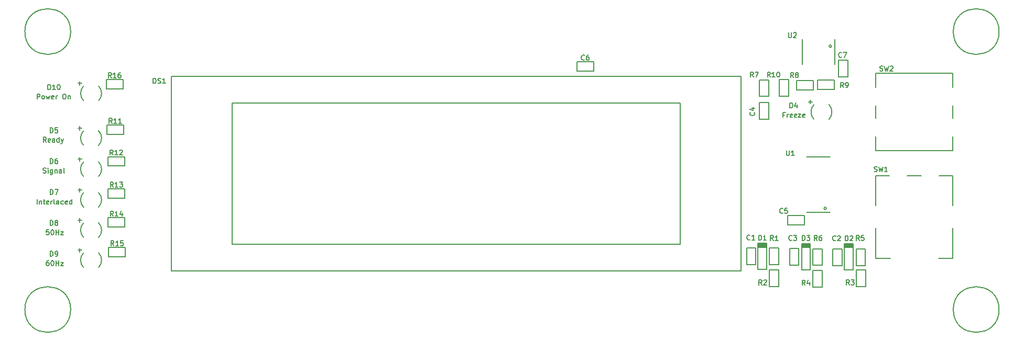
<source format=gto>
%TF.GenerationSoftware,KiCad,Pcbnew,8.0.0-8.0.0-1~ubuntu23.10.1*%
%TF.CreationDate,2024-02-24T12:58:59+11:00*%
%TF.ProjectId,tbc_ui,7462635f-7569-42e6-9b69-6361645f7063,rev?*%
%TF.SameCoordinates,Original*%
%TF.FileFunction,Legend,Top*%
%TF.FilePolarity,Positive*%
%FSLAX46Y46*%
G04 Gerber Fmt 4.6, Leading zero omitted, Abs format (unit mm)*
G04 Created by KiCad (PCBNEW 8.0.0-8.0.0-1~ubuntu23.10.1) date 2024-02-24 12:58:59*
%MOMM*%
%LPD*%
G01*
G04 APERTURE LIST*
%ADD10C,0.150000*%
G04 APERTURE END LIST*
D10*
X203766667Y-99336104D02*
X203728571Y-99374200D01*
X203728571Y-99374200D02*
X203614286Y-99412295D01*
X203614286Y-99412295D02*
X203538095Y-99412295D01*
X203538095Y-99412295D02*
X203423809Y-99374200D01*
X203423809Y-99374200D02*
X203347619Y-99298009D01*
X203347619Y-99298009D02*
X203309524Y-99221819D01*
X203309524Y-99221819D02*
X203271428Y-99069438D01*
X203271428Y-99069438D02*
X203271428Y-98955152D01*
X203271428Y-98955152D02*
X203309524Y-98802771D01*
X203309524Y-98802771D02*
X203347619Y-98726580D01*
X203347619Y-98726580D02*
X203423809Y-98650390D01*
X203423809Y-98650390D02*
X203538095Y-98612295D01*
X203538095Y-98612295D02*
X203614286Y-98612295D01*
X203614286Y-98612295D02*
X203728571Y-98650390D01*
X203728571Y-98650390D02*
X203766667Y-98688485D01*
X204490476Y-98612295D02*
X204109524Y-98612295D01*
X204109524Y-98612295D02*
X204071428Y-98993247D01*
X204071428Y-98993247D02*
X204109524Y-98955152D01*
X204109524Y-98955152D02*
X204185714Y-98917057D01*
X204185714Y-98917057D02*
X204376190Y-98917057D01*
X204376190Y-98917057D02*
X204452381Y-98955152D01*
X204452381Y-98955152D02*
X204490476Y-98993247D01*
X204490476Y-98993247D02*
X204528571Y-99069438D01*
X204528571Y-99069438D02*
X204528571Y-99259914D01*
X204528571Y-99259914D02*
X204490476Y-99336104D01*
X204490476Y-99336104D02*
X204452381Y-99374200D01*
X204452381Y-99374200D02*
X204376190Y-99412295D01*
X204376190Y-99412295D02*
X204185714Y-99412295D01*
X204185714Y-99412295D02*
X204109524Y-99374200D01*
X204109524Y-99374200D02*
X204071428Y-99336104D01*
X207366668Y-111062294D02*
X207100001Y-110681341D01*
X206909525Y-111062294D02*
X206909525Y-110262294D01*
X206909525Y-110262294D02*
X207214287Y-110262294D01*
X207214287Y-110262294D02*
X207290477Y-110300389D01*
X207290477Y-110300389D02*
X207328572Y-110338484D01*
X207328572Y-110338484D02*
X207366668Y-110414675D01*
X207366668Y-110414675D02*
X207366668Y-110528960D01*
X207366668Y-110528960D02*
X207328572Y-110605151D01*
X207328572Y-110605151D02*
X207290477Y-110643246D01*
X207290477Y-110643246D02*
X207214287Y-110681341D01*
X207214287Y-110681341D02*
X206909525Y-110681341D01*
X208052382Y-110528960D02*
X208052382Y-111062294D01*
X207861906Y-110224199D02*
X207671429Y-110795627D01*
X207671429Y-110795627D02*
X208166668Y-110795627D01*
X213859523Y-103862294D02*
X213859523Y-103062294D01*
X213859523Y-103062294D02*
X214049999Y-103062294D01*
X214049999Y-103062294D02*
X214164285Y-103100389D01*
X214164285Y-103100389D02*
X214240475Y-103176579D01*
X214240475Y-103176579D02*
X214278570Y-103252770D01*
X214278570Y-103252770D02*
X214316666Y-103405151D01*
X214316666Y-103405151D02*
X214316666Y-103519437D01*
X214316666Y-103519437D02*
X214278570Y-103671818D01*
X214278570Y-103671818D02*
X214240475Y-103748008D01*
X214240475Y-103748008D02*
X214164285Y-103824199D01*
X214164285Y-103824199D02*
X214049999Y-103862294D01*
X214049999Y-103862294D02*
X213859523Y-103862294D01*
X214621427Y-103138484D02*
X214659523Y-103100389D01*
X214659523Y-103100389D02*
X214735713Y-103062294D01*
X214735713Y-103062294D02*
X214926189Y-103062294D01*
X214926189Y-103062294D02*
X215002380Y-103100389D01*
X215002380Y-103100389D02*
X215040475Y-103138484D01*
X215040475Y-103138484D02*
X215078570Y-103214675D01*
X215078570Y-103214675D02*
X215078570Y-103290865D01*
X215078570Y-103290865D02*
X215040475Y-103405151D01*
X215040475Y-103405151D02*
X214583332Y-103862294D01*
X214583332Y-103862294D02*
X215078570Y-103862294D01*
X201735714Y-77362295D02*
X201469047Y-76981342D01*
X201278571Y-77362295D02*
X201278571Y-76562295D01*
X201278571Y-76562295D02*
X201583333Y-76562295D01*
X201583333Y-76562295D02*
X201659523Y-76600390D01*
X201659523Y-76600390D02*
X201697618Y-76638485D01*
X201697618Y-76638485D02*
X201735714Y-76714676D01*
X201735714Y-76714676D02*
X201735714Y-76828961D01*
X201735714Y-76828961D02*
X201697618Y-76905152D01*
X201697618Y-76905152D02*
X201659523Y-76943247D01*
X201659523Y-76943247D02*
X201583333Y-76981342D01*
X201583333Y-76981342D02*
X201278571Y-76981342D01*
X202497618Y-77362295D02*
X202040475Y-77362295D01*
X202269047Y-77362295D02*
X202269047Y-76562295D01*
X202269047Y-76562295D02*
X202192856Y-76676580D01*
X202192856Y-76676580D02*
X202116666Y-76752771D01*
X202116666Y-76752771D02*
X202040475Y-76790866D01*
X202992857Y-76562295D02*
X203069047Y-76562295D01*
X203069047Y-76562295D02*
X203145238Y-76600390D01*
X203145238Y-76600390D02*
X203183333Y-76638485D01*
X203183333Y-76638485D02*
X203221428Y-76714676D01*
X203221428Y-76714676D02*
X203259523Y-76867057D01*
X203259523Y-76867057D02*
X203259523Y-77057533D01*
X203259523Y-77057533D02*
X203221428Y-77209914D01*
X203221428Y-77209914D02*
X203183333Y-77286104D01*
X203183333Y-77286104D02*
X203145238Y-77324200D01*
X203145238Y-77324200D02*
X203069047Y-77362295D01*
X203069047Y-77362295D02*
X202992857Y-77362295D01*
X202992857Y-77362295D02*
X202916666Y-77324200D01*
X202916666Y-77324200D02*
X202878571Y-77286104D01*
X202878571Y-77286104D02*
X202840476Y-77209914D01*
X202840476Y-77209914D02*
X202802380Y-77057533D01*
X202802380Y-77057533D02*
X202802380Y-76867057D01*
X202802380Y-76867057D02*
X202840476Y-76714676D01*
X202840476Y-76714676D02*
X202878571Y-76638485D01*
X202878571Y-76638485D02*
X202916666Y-76600390D01*
X202916666Y-76600390D02*
X202992857Y-76562295D01*
X209316667Y-103812295D02*
X209050000Y-103431342D01*
X208859524Y-103812295D02*
X208859524Y-103012295D01*
X208859524Y-103012295D02*
X209164286Y-103012295D01*
X209164286Y-103012295D02*
X209240476Y-103050390D01*
X209240476Y-103050390D02*
X209278571Y-103088485D01*
X209278571Y-103088485D02*
X209316667Y-103164676D01*
X209316667Y-103164676D02*
X209316667Y-103278961D01*
X209316667Y-103278961D02*
X209278571Y-103355152D01*
X209278571Y-103355152D02*
X209240476Y-103393247D01*
X209240476Y-103393247D02*
X209164286Y-103431342D01*
X209164286Y-103431342D02*
X208859524Y-103431342D01*
X210002381Y-103012295D02*
X209850000Y-103012295D01*
X209850000Y-103012295D02*
X209773809Y-103050390D01*
X209773809Y-103050390D02*
X209735714Y-103088485D01*
X209735714Y-103088485D02*
X209659524Y-103202771D01*
X209659524Y-103202771D02*
X209621428Y-103355152D01*
X209621428Y-103355152D02*
X209621428Y-103659914D01*
X209621428Y-103659914D02*
X209659524Y-103736104D01*
X209659524Y-103736104D02*
X209697619Y-103774200D01*
X209697619Y-103774200D02*
X209773809Y-103812295D01*
X209773809Y-103812295D02*
X209926190Y-103812295D01*
X209926190Y-103812295D02*
X210002381Y-103774200D01*
X210002381Y-103774200D02*
X210040476Y-103736104D01*
X210040476Y-103736104D02*
X210078571Y-103659914D01*
X210078571Y-103659914D02*
X210078571Y-103469438D01*
X210078571Y-103469438D02*
X210040476Y-103393247D01*
X210040476Y-103393247D02*
X210002381Y-103355152D01*
X210002381Y-103355152D02*
X209926190Y-103317057D01*
X209926190Y-103317057D02*
X209773809Y-103317057D01*
X209773809Y-103317057D02*
X209697619Y-103355152D01*
X209697619Y-103355152D02*
X209659524Y-103393247D01*
X209659524Y-103393247D02*
X209621428Y-103469438D01*
X212316667Y-103786104D02*
X212278571Y-103824200D01*
X212278571Y-103824200D02*
X212164286Y-103862295D01*
X212164286Y-103862295D02*
X212088095Y-103862295D01*
X212088095Y-103862295D02*
X211973809Y-103824200D01*
X211973809Y-103824200D02*
X211897619Y-103748009D01*
X211897619Y-103748009D02*
X211859524Y-103671819D01*
X211859524Y-103671819D02*
X211821428Y-103519438D01*
X211821428Y-103519438D02*
X211821428Y-103405152D01*
X211821428Y-103405152D02*
X211859524Y-103252771D01*
X211859524Y-103252771D02*
X211897619Y-103176580D01*
X211897619Y-103176580D02*
X211973809Y-103100390D01*
X211973809Y-103100390D02*
X212088095Y-103062295D01*
X212088095Y-103062295D02*
X212164286Y-103062295D01*
X212164286Y-103062295D02*
X212278571Y-103100390D01*
X212278571Y-103100390D02*
X212316667Y-103138485D01*
X212621428Y-103138485D02*
X212659524Y-103100390D01*
X212659524Y-103100390D02*
X212735714Y-103062295D01*
X212735714Y-103062295D02*
X212926190Y-103062295D01*
X212926190Y-103062295D02*
X213002381Y-103100390D01*
X213002381Y-103100390D02*
X213040476Y-103138485D01*
X213040476Y-103138485D02*
X213078571Y-103214676D01*
X213078571Y-103214676D02*
X213078571Y-103290866D01*
X213078571Y-103290866D02*
X213040476Y-103405152D01*
X213040476Y-103405152D02*
X212583333Y-103862295D01*
X212583333Y-103862295D02*
X213078571Y-103862295D01*
X95385714Y-84862295D02*
X95119047Y-84481342D01*
X94928571Y-84862295D02*
X94928571Y-84062295D01*
X94928571Y-84062295D02*
X95233333Y-84062295D01*
X95233333Y-84062295D02*
X95309523Y-84100390D01*
X95309523Y-84100390D02*
X95347618Y-84138485D01*
X95347618Y-84138485D02*
X95385714Y-84214676D01*
X95385714Y-84214676D02*
X95385714Y-84328961D01*
X95385714Y-84328961D02*
X95347618Y-84405152D01*
X95347618Y-84405152D02*
X95309523Y-84443247D01*
X95309523Y-84443247D02*
X95233333Y-84481342D01*
X95233333Y-84481342D02*
X94928571Y-84481342D01*
X96147618Y-84862295D02*
X95690475Y-84862295D01*
X95919047Y-84862295D02*
X95919047Y-84062295D01*
X95919047Y-84062295D02*
X95842856Y-84176580D01*
X95842856Y-84176580D02*
X95766666Y-84252771D01*
X95766666Y-84252771D02*
X95690475Y-84290866D01*
X96909523Y-84862295D02*
X96452380Y-84862295D01*
X96680952Y-84862295D02*
X96680952Y-84062295D01*
X96680952Y-84062295D02*
X96604761Y-84176580D01*
X96604761Y-84176580D02*
X96528571Y-84252771D01*
X96528571Y-84252771D02*
X96452380Y-84290866D01*
X85409524Y-86362295D02*
X85409524Y-85562295D01*
X85409524Y-85562295D02*
X85600000Y-85562295D01*
X85600000Y-85562295D02*
X85714286Y-85600390D01*
X85714286Y-85600390D02*
X85790476Y-85676580D01*
X85790476Y-85676580D02*
X85828571Y-85752771D01*
X85828571Y-85752771D02*
X85866667Y-85905152D01*
X85866667Y-85905152D02*
X85866667Y-86019438D01*
X85866667Y-86019438D02*
X85828571Y-86171819D01*
X85828571Y-86171819D02*
X85790476Y-86248009D01*
X85790476Y-86248009D02*
X85714286Y-86324200D01*
X85714286Y-86324200D02*
X85600000Y-86362295D01*
X85600000Y-86362295D02*
X85409524Y-86362295D01*
X86590476Y-85562295D02*
X86209524Y-85562295D01*
X86209524Y-85562295D02*
X86171428Y-85943247D01*
X86171428Y-85943247D02*
X86209524Y-85905152D01*
X86209524Y-85905152D02*
X86285714Y-85867057D01*
X86285714Y-85867057D02*
X86476190Y-85867057D01*
X86476190Y-85867057D02*
X86552381Y-85905152D01*
X86552381Y-85905152D02*
X86590476Y-85943247D01*
X86590476Y-85943247D02*
X86628571Y-86019438D01*
X86628571Y-86019438D02*
X86628571Y-86209914D01*
X86628571Y-86209914D02*
X86590476Y-86286104D01*
X86590476Y-86286104D02*
X86552381Y-86324200D01*
X86552381Y-86324200D02*
X86476190Y-86362295D01*
X86476190Y-86362295D02*
X86285714Y-86362295D01*
X86285714Y-86362295D02*
X86209524Y-86324200D01*
X86209524Y-86324200D02*
X86171428Y-86286104D01*
X84746303Y-87894295D02*
X84479636Y-87513342D01*
X84289160Y-87894295D02*
X84289160Y-87094295D01*
X84289160Y-87094295D02*
X84593922Y-87094295D01*
X84593922Y-87094295D02*
X84670112Y-87132390D01*
X84670112Y-87132390D02*
X84708207Y-87170485D01*
X84708207Y-87170485D02*
X84746303Y-87246676D01*
X84746303Y-87246676D02*
X84746303Y-87360961D01*
X84746303Y-87360961D02*
X84708207Y-87437152D01*
X84708207Y-87437152D02*
X84670112Y-87475247D01*
X84670112Y-87475247D02*
X84593922Y-87513342D01*
X84593922Y-87513342D02*
X84289160Y-87513342D01*
X85393922Y-87856200D02*
X85317731Y-87894295D01*
X85317731Y-87894295D02*
X85165350Y-87894295D01*
X85165350Y-87894295D02*
X85089160Y-87856200D01*
X85089160Y-87856200D02*
X85051064Y-87780009D01*
X85051064Y-87780009D02*
X85051064Y-87475247D01*
X85051064Y-87475247D02*
X85089160Y-87399057D01*
X85089160Y-87399057D02*
X85165350Y-87360961D01*
X85165350Y-87360961D02*
X85317731Y-87360961D01*
X85317731Y-87360961D02*
X85393922Y-87399057D01*
X85393922Y-87399057D02*
X85432017Y-87475247D01*
X85432017Y-87475247D02*
X85432017Y-87551438D01*
X85432017Y-87551438D02*
X85051064Y-87627628D01*
X86117731Y-87894295D02*
X86117731Y-87475247D01*
X86117731Y-87475247D02*
X86079636Y-87399057D01*
X86079636Y-87399057D02*
X86003445Y-87360961D01*
X86003445Y-87360961D02*
X85851064Y-87360961D01*
X85851064Y-87360961D02*
X85774874Y-87399057D01*
X86117731Y-87856200D02*
X86041540Y-87894295D01*
X86041540Y-87894295D02*
X85851064Y-87894295D01*
X85851064Y-87894295D02*
X85774874Y-87856200D01*
X85774874Y-87856200D02*
X85736778Y-87780009D01*
X85736778Y-87780009D02*
X85736778Y-87703819D01*
X85736778Y-87703819D02*
X85774874Y-87627628D01*
X85774874Y-87627628D02*
X85851064Y-87589533D01*
X85851064Y-87589533D02*
X86041540Y-87589533D01*
X86041540Y-87589533D02*
X86117731Y-87551438D01*
X86841541Y-87894295D02*
X86841541Y-87094295D01*
X86841541Y-87856200D02*
X86765350Y-87894295D01*
X86765350Y-87894295D02*
X86612969Y-87894295D01*
X86612969Y-87894295D02*
X86536779Y-87856200D01*
X86536779Y-87856200D02*
X86498684Y-87818104D01*
X86498684Y-87818104D02*
X86460588Y-87741914D01*
X86460588Y-87741914D02*
X86460588Y-87513342D01*
X86460588Y-87513342D02*
X86498684Y-87437152D01*
X86498684Y-87437152D02*
X86536779Y-87399057D01*
X86536779Y-87399057D02*
X86612969Y-87360961D01*
X86612969Y-87360961D02*
X86765350Y-87360961D01*
X86765350Y-87360961D02*
X86841541Y-87399057D01*
X87146303Y-87360961D02*
X87336779Y-87894295D01*
X87527256Y-87360961D02*
X87336779Y-87894295D01*
X87336779Y-87894295D02*
X87260589Y-88084771D01*
X87260589Y-88084771D02*
X87222494Y-88122866D01*
X87222494Y-88122866D02*
X87146303Y-88160961D01*
X89889160Y-85639533D02*
X90498684Y-85639533D01*
X90193922Y-85944295D02*
X90193922Y-85334771D01*
X213566667Y-79062295D02*
X213300000Y-78681342D01*
X213109524Y-79062295D02*
X213109524Y-78262295D01*
X213109524Y-78262295D02*
X213414286Y-78262295D01*
X213414286Y-78262295D02*
X213490476Y-78300390D01*
X213490476Y-78300390D02*
X213528571Y-78338485D01*
X213528571Y-78338485D02*
X213566667Y-78414676D01*
X213566667Y-78414676D02*
X213566667Y-78528961D01*
X213566667Y-78528961D02*
X213528571Y-78605152D01*
X213528571Y-78605152D02*
X213490476Y-78643247D01*
X213490476Y-78643247D02*
X213414286Y-78681342D01*
X213414286Y-78681342D02*
X213109524Y-78681342D01*
X213947619Y-79062295D02*
X214100000Y-79062295D01*
X214100000Y-79062295D02*
X214176190Y-79024200D01*
X214176190Y-79024200D02*
X214214286Y-78986104D01*
X214214286Y-78986104D02*
X214290476Y-78871819D01*
X214290476Y-78871819D02*
X214328571Y-78719438D01*
X214328571Y-78719438D02*
X214328571Y-78414676D01*
X214328571Y-78414676D02*
X214290476Y-78338485D01*
X214290476Y-78338485D02*
X214252381Y-78300390D01*
X214252381Y-78300390D02*
X214176190Y-78262295D01*
X214176190Y-78262295D02*
X214023809Y-78262295D01*
X214023809Y-78262295D02*
X213947619Y-78300390D01*
X213947619Y-78300390D02*
X213909524Y-78338485D01*
X213909524Y-78338485D02*
X213871428Y-78414676D01*
X213871428Y-78414676D02*
X213871428Y-78605152D01*
X213871428Y-78605152D02*
X213909524Y-78681342D01*
X213909524Y-78681342D02*
X213947619Y-78719438D01*
X213947619Y-78719438D02*
X214023809Y-78757533D01*
X214023809Y-78757533D02*
X214176190Y-78757533D01*
X214176190Y-78757533D02*
X214252381Y-78719438D01*
X214252381Y-78719438D02*
X214290476Y-78681342D01*
X214290476Y-78681342D02*
X214328571Y-78605152D01*
X85028571Y-79362295D02*
X85028571Y-78562295D01*
X85028571Y-78562295D02*
X85219047Y-78562295D01*
X85219047Y-78562295D02*
X85333333Y-78600390D01*
X85333333Y-78600390D02*
X85409523Y-78676580D01*
X85409523Y-78676580D02*
X85447618Y-78752771D01*
X85447618Y-78752771D02*
X85485714Y-78905152D01*
X85485714Y-78905152D02*
X85485714Y-79019438D01*
X85485714Y-79019438D02*
X85447618Y-79171819D01*
X85447618Y-79171819D02*
X85409523Y-79248009D01*
X85409523Y-79248009D02*
X85333333Y-79324200D01*
X85333333Y-79324200D02*
X85219047Y-79362295D01*
X85219047Y-79362295D02*
X85028571Y-79362295D01*
X86247618Y-79362295D02*
X85790475Y-79362295D01*
X86019047Y-79362295D02*
X86019047Y-78562295D01*
X86019047Y-78562295D02*
X85942856Y-78676580D01*
X85942856Y-78676580D02*
X85866666Y-78752771D01*
X85866666Y-78752771D02*
X85790475Y-78790866D01*
X86742857Y-78562295D02*
X86819047Y-78562295D01*
X86819047Y-78562295D02*
X86895238Y-78600390D01*
X86895238Y-78600390D02*
X86933333Y-78638485D01*
X86933333Y-78638485D02*
X86971428Y-78714676D01*
X86971428Y-78714676D02*
X87009523Y-78867057D01*
X87009523Y-78867057D02*
X87009523Y-79057533D01*
X87009523Y-79057533D02*
X86971428Y-79209914D01*
X86971428Y-79209914D02*
X86933333Y-79286104D01*
X86933333Y-79286104D02*
X86895238Y-79324200D01*
X86895238Y-79324200D02*
X86819047Y-79362295D01*
X86819047Y-79362295D02*
X86742857Y-79362295D01*
X86742857Y-79362295D02*
X86666666Y-79324200D01*
X86666666Y-79324200D02*
X86628571Y-79286104D01*
X86628571Y-79286104D02*
X86590476Y-79209914D01*
X86590476Y-79209914D02*
X86552380Y-79057533D01*
X86552380Y-79057533D02*
X86552380Y-78867057D01*
X86552380Y-78867057D02*
X86590476Y-78714676D01*
X86590476Y-78714676D02*
X86628571Y-78638485D01*
X86628571Y-78638485D02*
X86666666Y-78600390D01*
X86666666Y-78600390D02*
X86742857Y-78562295D01*
X83289160Y-80894295D02*
X83289160Y-80094295D01*
X83289160Y-80094295D02*
X83593922Y-80094295D01*
X83593922Y-80094295D02*
X83670112Y-80132390D01*
X83670112Y-80132390D02*
X83708207Y-80170485D01*
X83708207Y-80170485D02*
X83746303Y-80246676D01*
X83746303Y-80246676D02*
X83746303Y-80360961D01*
X83746303Y-80360961D02*
X83708207Y-80437152D01*
X83708207Y-80437152D02*
X83670112Y-80475247D01*
X83670112Y-80475247D02*
X83593922Y-80513342D01*
X83593922Y-80513342D02*
X83289160Y-80513342D01*
X84203445Y-80894295D02*
X84127255Y-80856200D01*
X84127255Y-80856200D02*
X84089160Y-80818104D01*
X84089160Y-80818104D02*
X84051064Y-80741914D01*
X84051064Y-80741914D02*
X84051064Y-80513342D01*
X84051064Y-80513342D02*
X84089160Y-80437152D01*
X84089160Y-80437152D02*
X84127255Y-80399057D01*
X84127255Y-80399057D02*
X84203445Y-80360961D01*
X84203445Y-80360961D02*
X84317731Y-80360961D01*
X84317731Y-80360961D02*
X84393922Y-80399057D01*
X84393922Y-80399057D02*
X84432017Y-80437152D01*
X84432017Y-80437152D02*
X84470112Y-80513342D01*
X84470112Y-80513342D02*
X84470112Y-80741914D01*
X84470112Y-80741914D02*
X84432017Y-80818104D01*
X84432017Y-80818104D02*
X84393922Y-80856200D01*
X84393922Y-80856200D02*
X84317731Y-80894295D01*
X84317731Y-80894295D02*
X84203445Y-80894295D01*
X84736779Y-80360961D02*
X84889160Y-80894295D01*
X84889160Y-80894295D02*
X85041541Y-80513342D01*
X85041541Y-80513342D02*
X85193922Y-80894295D01*
X85193922Y-80894295D02*
X85346303Y-80360961D01*
X85955827Y-80856200D02*
X85879636Y-80894295D01*
X85879636Y-80894295D02*
X85727255Y-80894295D01*
X85727255Y-80894295D02*
X85651065Y-80856200D01*
X85651065Y-80856200D02*
X85612969Y-80780009D01*
X85612969Y-80780009D02*
X85612969Y-80475247D01*
X85612969Y-80475247D02*
X85651065Y-80399057D01*
X85651065Y-80399057D02*
X85727255Y-80360961D01*
X85727255Y-80360961D02*
X85879636Y-80360961D01*
X85879636Y-80360961D02*
X85955827Y-80399057D01*
X85955827Y-80399057D02*
X85993922Y-80475247D01*
X85993922Y-80475247D02*
X85993922Y-80551438D01*
X85993922Y-80551438D02*
X85612969Y-80627628D01*
X86336779Y-80894295D02*
X86336779Y-80360961D01*
X86336779Y-80513342D02*
X86374874Y-80437152D01*
X86374874Y-80437152D02*
X86412969Y-80399057D01*
X86412969Y-80399057D02*
X86489160Y-80360961D01*
X86489160Y-80360961D02*
X86565350Y-80360961D01*
X87593922Y-80094295D02*
X87746303Y-80094295D01*
X87746303Y-80094295D02*
X87822493Y-80132390D01*
X87822493Y-80132390D02*
X87898684Y-80208580D01*
X87898684Y-80208580D02*
X87936779Y-80360961D01*
X87936779Y-80360961D02*
X87936779Y-80627628D01*
X87936779Y-80627628D02*
X87898684Y-80780009D01*
X87898684Y-80780009D02*
X87822493Y-80856200D01*
X87822493Y-80856200D02*
X87746303Y-80894295D01*
X87746303Y-80894295D02*
X87593922Y-80894295D01*
X87593922Y-80894295D02*
X87517731Y-80856200D01*
X87517731Y-80856200D02*
X87441541Y-80780009D01*
X87441541Y-80780009D02*
X87403445Y-80627628D01*
X87403445Y-80627628D02*
X87403445Y-80360961D01*
X87403445Y-80360961D02*
X87441541Y-80208580D01*
X87441541Y-80208580D02*
X87517731Y-80132390D01*
X87517731Y-80132390D02*
X87593922Y-80094295D01*
X88279636Y-80360961D02*
X88279636Y-80894295D01*
X88279636Y-80437152D02*
X88317731Y-80399057D01*
X88317731Y-80399057D02*
X88393921Y-80360961D01*
X88393921Y-80360961D02*
X88508207Y-80360961D01*
X88508207Y-80360961D02*
X88584398Y-80399057D01*
X88584398Y-80399057D02*
X88622493Y-80475247D01*
X88622493Y-80475247D02*
X88622493Y-80894295D01*
X89889160Y-78389533D02*
X90498684Y-78389533D01*
X90193922Y-78694295D02*
X90193922Y-78084771D01*
X171716667Y-74536104D02*
X171678571Y-74574200D01*
X171678571Y-74574200D02*
X171564286Y-74612295D01*
X171564286Y-74612295D02*
X171488095Y-74612295D01*
X171488095Y-74612295D02*
X171373809Y-74574200D01*
X171373809Y-74574200D02*
X171297619Y-74498009D01*
X171297619Y-74498009D02*
X171259524Y-74421819D01*
X171259524Y-74421819D02*
X171221428Y-74269438D01*
X171221428Y-74269438D02*
X171221428Y-74155152D01*
X171221428Y-74155152D02*
X171259524Y-74002771D01*
X171259524Y-74002771D02*
X171297619Y-73926580D01*
X171297619Y-73926580D02*
X171373809Y-73850390D01*
X171373809Y-73850390D02*
X171488095Y-73812295D01*
X171488095Y-73812295D02*
X171564286Y-73812295D01*
X171564286Y-73812295D02*
X171678571Y-73850390D01*
X171678571Y-73850390D02*
X171716667Y-73888485D01*
X172402381Y-73812295D02*
X172250000Y-73812295D01*
X172250000Y-73812295D02*
X172173809Y-73850390D01*
X172173809Y-73850390D02*
X172135714Y-73888485D01*
X172135714Y-73888485D02*
X172059524Y-74002771D01*
X172059524Y-74002771D02*
X172021428Y-74155152D01*
X172021428Y-74155152D02*
X172021428Y-74459914D01*
X172021428Y-74459914D02*
X172059524Y-74536104D01*
X172059524Y-74536104D02*
X172097619Y-74574200D01*
X172097619Y-74574200D02*
X172173809Y-74612295D01*
X172173809Y-74612295D02*
X172326190Y-74612295D01*
X172326190Y-74612295D02*
X172402381Y-74574200D01*
X172402381Y-74574200D02*
X172440476Y-74536104D01*
X172440476Y-74536104D02*
X172478571Y-74459914D01*
X172478571Y-74459914D02*
X172478571Y-74269438D01*
X172478571Y-74269438D02*
X172440476Y-74193247D01*
X172440476Y-74193247D02*
X172402381Y-74155152D01*
X172402381Y-74155152D02*
X172326190Y-74117057D01*
X172326190Y-74117057D02*
X172173809Y-74117057D01*
X172173809Y-74117057D02*
X172097619Y-74155152D01*
X172097619Y-74155152D02*
X172059524Y-74193247D01*
X172059524Y-74193247D02*
X172021428Y-74269438D01*
X204909524Y-82362295D02*
X204909524Y-81562295D01*
X204909524Y-81562295D02*
X205100000Y-81562295D01*
X205100000Y-81562295D02*
X205214286Y-81600390D01*
X205214286Y-81600390D02*
X205290476Y-81676580D01*
X205290476Y-81676580D02*
X205328571Y-81752771D01*
X205328571Y-81752771D02*
X205366667Y-81905152D01*
X205366667Y-81905152D02*
X205366667Y-82019438D01*
X205366667Y-82019438D02*
X205328571Y-82171819D01*
X205328571Y-82171819D02*
X205290476Y-82248009D01*
X205290476Y-82248009D02*
X205214286Y-82324200D01*
X205214286Y-82324200D02*
X205100000Y-82362295D01*
X205100000Y-82362295D02*
X204909524Y-82362295D01*
X206052381Y-81828961D02*
X206052381Y-82362295D01*
X205861905Y-81524200D02*
X205671428Y-82095628D01*
X205671428Y-82095628D02*
X206166667Y-82095628D01*
X204055826Y-83475247D02*
X203789160Y-83475247D01*
X203789160Y-83894295D02*
X203789160Y-83094295D01*
X203789160Y-83094295D02*
X204170112Y-83094295D01*
X204474874Y-83894295D02*
X204474874Y-83360961D01*
X204474874Y-83513342D02*
X204512969Y-83437152D01*
X204512969Y-83437152D02*
X204551064Y-83399057D01*
X204551064Y-83399057D02*
X204627255Y-83360961D01*
X204627255Y-83360961D02*
X204703445Y-83360961D01*
X205274874Y-83856200D02*
X205198683Y-83894295D01*
X205198683Y-83894295D02*
X205046302Y-83894295D01*
X205046302Y-83894295D02*
X204970112Y-83856200D01*
X204970112Y-83856200D02*
X204932016Y-83780009D01*
X204932016Y-83780009D02*
X204932016Y-83475247D01*
X204932016Y-83475247D02*
X204970112Y-83399057D01*
X204970112Y-83399057D02*
X205046302Y-83360961D01*
X205046302Y-83360961D02*
X205198683Y-83360961D01*
X205198683Y-83360961D02*
X205274874Y-83399057D01*
X205274874Y-83399057D02*
X205312969Y-83475247D01*
X205312969Y-83475247D02*
X205312969Y-83551438D01*
X205312969Y-83551438D02*
X204932016Y-83627628D01*
X205960588Y-83856200D02*
X205884397Y-83894295D01*
X205884397Y-83894295D02*
X205732016Y-83894295D01*
X205732016Y-83894295D02*
X205655826Y-83856200D01*
X205655826Y-83856200D02*
X205617730Y-83780009D01*
X205617730Y-83780009D02*
X205617730Y-83475247D01*
X205617730Y-83475247D02*
X205655826Y-83399057D01*
X205655826Y-83399057D02*
X205732016Y-83360961D01*
X205732016Y-83360961D02*
X205884397Y-83360961D01*
X205884397Y-83360961D02*
X205960588Y-83399057D01*
X205960588Y-83399057D02*
X205998683Y-83475247D01*
X205998683Y-83475247D02*
X205998683Y-83551438D01*
X205998683Y-83551438D02*
X205617730Y-83627628D01*
X206265349Y-83360961D02*
X206684397Y-83360961D01*
X206684397Y-83360961D02*
X206265349Y-83894295D01*
X206265349Y-83894295D02*
X206684397Y-83894295D01*
X207293921Y-83856200D02*
X207217730Y-83894295D01*
X207217730Y-83894295D02*
X207065349Y-83894295D01*
X207065349Y-83894295D02*
X206989159Y-83856200D01*
X206989159Y-83856200D02*
X206951063Y-83780009D01*
X206951063Y-83780009D02*
X206951063Y-83475247D01*
X206951063Y-83475247D02*
X206989159Y-83399057D01*
X206989159Y-83399057D02*
X207065349Y-83360961D01*
X207065349Y-83360961D02*
X207217730Y-83360961D01*
X207217730Y-83360961D02*
X207293921Y-83399057D01*
X207293921Y-83399057D02*
X207332016Y-83475247D01*
X207332016Y-83475247D02*
X207332016Y-83551438D01*
X207332016Y-83551438D02*
X206951063Y-83627628D01*
X207889160Y-81389533D02*
X208498684Y-81389533D01*
X208193922Y-81694295D02*
X208193922Y-81084771D01*
X95285714Y-77462295D02*
X95019047Y-77081342D01*
X94828571Y-77462295D02*
X94828571Y-76662295D01*
X94828571Y-76662295D02*
X95133333Y-76662295D01*
X95133333Y-76662295D02*
X95209523Y-76700390D01*
X95209523Y-76700390D02*
X95247618Y-76738485D01*
X95247618Y-76738485D02*
X95285714Y-76814676D01*
X95285714Y-76814676D02*
X95285714Y-76928961D01*
X95285714Y-76928961D02*
X95247618Y-77005152D01*
X95247618Y-77005152D02*
X95209523Y-77043247D01*
X95209523Y-77043247D02*
X95133333Y-77081342D01*
X95133333Y-77081342D02*
X94828571Y-77081342D01*
X96047618Y-77462295D02*
X95590475Y-77462295D01*
X95819047Y-77462295D02*
X95819047Y-76662295D01*
X95819047Y-76662295D02*
X95742856Y-76776580D01*
X95742856Y-76776580D02*
X95666666Y-76852771D01*
X95666666Y-76852771D02*
X95590475Y-76890866D01*
X96733333Y-76662295D02*
X96580952Y-76662295D01*
X96580952Y-76662295D02*
X96504761Y-76700390D01*
X96504761Y-76700390D02*
X96466666Y-76738485D01*
X96466666Y-76738485D02*
X96390476Y-76852771D01*
X96390476Y-76852771D02*
X96352380Y-77005152D01*
X96352380Y-77005152D02*
X96352380Y-77309914D01*
X96352380Y-77309914D02*
X96390476Y-77386104D01*
X96390476Y-77386104D02*
X96428571Y-77424200D01*
X96428571Y-77424200D02*
X96504761Y-77462295D01*
X96504761Y-77462295D02*
X96657142Y-77462295D01*
X96657142Y-77462295D02*
X96733333Y-77424200D01*
X96733333Y-77424200D02*
X96771428Y-77386104D01*
X96771428Y-77386104D02*
X96809523Y-77309914D01*
X96809523Y-77309914D02*
X96809523Y-77119438D01*
X96809523Y-77119438D02*
X96771428Y-77043247D01*
X96771428Y-77043247D02*
X96733333Y-77005152D01*
X96733333Y-77005152D02*
X96657142Y-76967057D01*
X96657142Y-76967057D02*
X96504761Y-76967057D01*
X96504761Y-76967057D02*
X96428571Y-77005152D01*
X96428571Y-77005152D02*
X96390476Y-77043247D01*
X96390476Y-77043247D02*
X96352380Y-77119438D01*
X95585714Y-95162295D02*
X95319047Y-94781342D01*
X95128571Y-95162295D02*
X95128571Y-94362295D01*
X95128571Y-94362295D02*
X95433333Y-94362295D01*
X95433333Y-94362295D02*
X95509523Y-94400390D01*
X95509523Y-94400390D02*
X95547618Y-94438485D01*
X95547618Y-94438485D02*
X95585714Y-94514676D01*
X95585714Y-94514676D02*
X95585714Y-94628961D01*
X95585714Y-94628961D02*
X95547618Y-94705152D01*
X95547618Y-94705152D02*
X95509523Y-94743247D01*
X95509523Y-94743247D02*
X95433333Y-94781342D01*
X95433333Y-94781342D02*
X95128571Y-94781342D01*
X96347618Y-95162295D02*
X95890475Y-95162295D01*
X96119047Y-95162295D02*
X96119047Y-94362295D01*
X96119047Y-94362295D02*
X96042856Y-94476580D01*
X96042856Y-94476580D02*
X95966666Y-94552771D01*
X95966666Y-94552771D02*
X95890475Y-94590866D01*
X96614285Y-94362295D02*
X97109523Y-94362295D01*
X97109523Y-94362295D02*
X96842857Y-94667057D01*
X96842857Y-94667057D02*
X96957142Y-94667057D01*
X96957142Y-94667057D02*
X97033333Y-94705152D01*
X97033333Y-94705152D02*
X97071428Y-94743247D01*
X97071428Y-94743247D02*
X97109523Y-94819438D01*
X97109523Y-94819438D02*
X97109523Y-95009914D01*
X97109523Y-95009914D02*
X97071428Y-95086104D01*
X97071428Y-95086104D02*
X97033333Y-95124200D01*
X97033333Y-95124200D02*
X96957142Y-95162295D01*
X96957142Y-95162295D02*
X96728571Y-95162295D01*
X96728571Y-95162295D02*
X96652380Y-95124200D01*
X96652380Y-95124200D02*
X96614285Y-95086104D01*
X199136104Y-83083332D02*
X199174200Y-83121428D01*
X199174200Y-83121428D02*
X199212295Y-83235713D01*
X199212295Y-83235713D02*
X199212295Y-83311904D01*
X199212295Y-83311904D02*
X199174200Y-83426190D01*
X199174200Y-83426190D02*
X199098009Y-83502380D01*
X199098009Y-83502380D02*
X199021819Y-83540475D01*
X199021819Y-83540475D02*
X198869438Y-83578571D01*
X198869438Y-83578571D02*
X198755152Y-83578571D01*
X198755152Y-83578571D02*
X198602771Y-83540475D01*
X198602771Y-83540475D02*
X198526580Y-83502380D01*
X198526580Y-83502380D02*
X198450390Y-83426190D01*
X198450390Y-83426190D02*
X198412295Y-83311904D01*
X198412295Y-83311904D02*
X198412295Y-83235713D01*
X198412295Y-83235713D02*
X198450390Y-83121428D01*
X198450390Y-83121428D02*
X198488485Y-83083332D01*
X198678961Y-82397618D02*
X199212295Y-82397618D01*
X198374200Y-82588094D02*
X198945628Y-82778571D01*
X198945628Y-82778571D02*
X198945628Y-82283332D01*
X199016667Y-77362295D02*
X198750000Y-76981342D01*
X198559524Y-77362295D02*
X198559524Y-76562295D01*
X198559524Y-76562295D02*
X198864286Y-76562295D01*
X198864286Y-76562295D02*
X198940476Y-76600390D01*
X198940476Y-76600390D02*
X198978571Y-76638485D01*
X198978571Y-76638485D02*
X199016667Y-76714676D01*
X199016667Y-76714676D02*
X199016667Y-76828961D01*
X199016667Y-76828961D02*
X198978571Y-76905152D01*
X198978571Y-76905152D02*
X198940476Y-76943247D01*
X198940476Y-76943247D02*
X198864286Y-76981342D01*
X198864286Y-76981342D02*
X198559524Y-76981342D01*
X199283333Y-76562295D02*
X199816667Y-76562295D01*
X199816667Y-76562295D02*
X199473809Y-77362295D01*
X85409524Y-101362295D02*
X85409524Y-100562295D01*
X85409524Y-100562295D02*
X85600000Y-100562295D01*
X85600000Y-100562295D02*
X85714286Y-100600390D01*
X85714286Y-100600390D02*
X85790476Y-100676580D01*
X85790476Y-100676580D02*
X85828571Y-100752771D01*
X85828571Y-100752771D02*
X85866667Y-100905152D01*
X85866667Y-100905152D02*
X85866667Y-101019438D01*
X85866667Y-101019438D02*
X85828571Y-101171819D01*
X85828571Y-101171819D02*
X85790476Y-101248009D01*
X85790476Y-101248009D02*
X85714286Y-101324200D01*
X85714286Y-101324200D02*
X85600000Y-101362295D01*
X85600000Y-101362295D02*
X85409524Y-101362295D01*
X86323809Y-100905152D02*
X86247619Y-100867057D01*
X86247619Y-100867057D02*
X86209524Y-100828961D01*
X86209524Y-100828961D02*
X86171428Y-100752771D01*
X86171428Y-100752771D02*
X86171428Y-100714676D01*
X86171428Y-100714676D02*
X86209524Y-100638485D01*
X86209524Y-100638485D02*
X86247619Y-100600390D01*
X86247619Y-100600390D02*
X86323809Y-100562295D01*
X86323809Y-100562295D02*
X86476190Y-100562295D01*
X86476190Y-100562295D02*
X86552381Y-100600390D01*
X86552381Y-100600390D02*
X86590476Y-100638485D01*
X86590476Y-100638485D02*
X86628571Y-100714676D01*
X86628571Y-100714676D02*
X86628571Y-100752771D01*
X86628571Y-100752771D02*
X86590476Y-100828961D01*
X86590476Y-100828961D02*
X86552381Y-100867057D01*
X86552381Y-100867057D02*
X86476190Y-100905152D01*
X86476190Y-100905152D02*
X86323809Y-100905152D01*
X86323809Y-100905152D02*
X86247619Y-100943247D01*
X86247619Y-100943247D02*
X86209524Y-100981342D01*
X86209524Y-100981342D02*
X86171428Y-101057533D01*
X86171428Y-101057533D02*
X86171428Y-101209914D01*
X86171428Y-101209914D02*
X86209524Y-101286104D01*
X86209524Y-101286104D02*
X86247619Y-101324200D01*
X86247619Y-101324200D02*
X86323809Y-101362295D01*
X86323809Y-101362295D02*
X86476190Y-101362295D01*
X86476190Y-101362295D02*
X86552381Y-101324200D01*
X86552381Y-101324200D02*
X86590476Y-101286104D01*
X86590476Y-101286104D02*
X86628571Y-101209914D01*
X86628571Y-101209914D02*
X86628571Y-101057533D01*
X86628571Y-101057533D02*
X86590476Y-100981342D01*
X86590476Y-100981342D02*
X86552381Y-100943247D01*
X86552381Y-100943247D02*
X86476190Y-100905152D01*
X85170112Y-102094295D02*
X84789160Y-102094295D01*
X84789160Y-102094295D02*
X84751064Y-102475247D01*
X84751064Y-102475247D02*
X84789160Y-102437152D01*
X84789160Y-102437152D02*
X84865350Y-102399057D01*
X84865350Y-102399057D02*
X85055826Y-102399057D01*
X85055826Y-102399057D02*
X85132017Y-102437152D01*
X85132017Y-102437152D02*
X85170112Y-102475247D01*
X85170112Y-102475247D02*
X85208207Y-102551438D01*
X85208207Y-102551438D02*
X85208207Y-102741914D01*
X85208207Y-102741914D02*
X85170112Y-102818104D01*
X85170112Y-102818104D02*
X85132017Y-102856200D01*
X85132017Y-102856200D02*
X85055826Y-102894295D01*
X85055826Y-102894295D02*
X84865350Y-102894295D01*
X84865350Y-102894295D02*
X84789160Y-102856200D01*
X84789160Y-102856200D02*
X84751064Y-102818104D01*
X85703446Y-102094295D02*
X85779636Y-102094295D01*
X85779636Y-102094295D02*
X85855827Y-102132390D01*
X85855827Y-102132390D02*
X85893922Y-102170485D01*
X85893922Y-102170485D02*
X85932017Y-102246676D01*
X85932017Y-102246676D02*
X85970112Y-102399057D01*
X85970112Y-102399057D02*
X85970112Y-102589533D01*
X85970112Y-102589533D02*
X85932017Y-102741914D01*
X85932017Y-102741914D02*
X85893922Y-102818104D01*
X85893922Y-102818104D02*
X85855827Y-102856200D01*
X85855827Y-102856200D02*
X85779636Y-102894295D01*
X85779636Y-102894295D02*
X85703446Y-102894295D01*
X85703446Y-102894295D02*
X85627255Y-102856200D01*
X85627255Y-102856200D02*
X85589160Y-102818104D01*
X85589160Y-102818104D02*
X85551065Y-102741914D01*
X85551065Y-102741914D02*
X85512969Y-102589533D01*
X85512969Y-102589533D02*
X85512969Y-102399057D01*
X85512969Y-102399057D02*
X85551065Y-102246676D01*
X85551065Y-102246676D02*
X85589160Y-102170485D01*
X85589160Y-102170485D02*
X85627255Y-102132390D01*
X85627255Y-102132390D02*
X85703446Y-102094295D01*
X86312970Y-102894295D02*
X86312970Y-102094295D01*
X86312970Y-102475247D02*
X86770113Y-102475247D01*
X86770113Y-102894295D02*
X86770113Y-102094295D01*
X87074874Y-102360961D02*
X87493922Y-102360961D01*
X87493922Y-102360961D02*
X87074874Y-102894295D01*
X87074874Y-102894295D02*
X87493922Y-102894295D01*
X89889160Y-100530701D02*
X90498684Y-100530701D01*
X90193922Y-100835463D02*
X90193922Y-100225939D01*
X205216667Y-103736104D02*
X205178571Y-103774200D01*
X205178571Y-103774200D02*
X205064286Y-103812295D01*
X205064286Y-103812295D02*
X204988095Y-103812295D01*
X204988095Y-103812295D02*
X204873809Y-103774200D01*
X204873809Y-103774200D02*
X204797619Y-103698009D01*
X204797619Y-103698009D02*
X204759524Y-103621819D01*
X204759524Y-103621819D02*
X204721428Y-103469438D01*
X204721428Y-103469438D02*
X204721428Y-103355152D01*
X204721428Y-103355152D02*
X204759524Y-103202771D01*
X204759524Y-103202771D02*
X204797619Y-103126580D01*
X204797619Y-103126580D02*
X204873809Y-103050390D01*
X204873809Y-103050390D02*
X204988095Y-103012295D01*
X204988095Y-103012295D02*
X205064286Y-103012295D01*
X205064286Y-103012295D02*
X205178571Y-103050390D01*
X205178571Y-103050390D02*
X205216667Y-103088485D01*
X205483333Y-103012295D02*
X205978571Y-103012295D01*
X205978571Y-103012295D02*
X205711905Y-103317057D01*
X205711905Y-103317057D02*
X205826190Y-103317057D01*
X205826190Y-103317057D02*
X205902381Y-103355152D01*
X205902381Y-103355152D02*
X205940476Y-103393247D01*
X205940476Y-103393247D02*
X205978571Y-103469438D01*
X205978571Y-103469438D02*
X205978571Y-103659914D01*
X205978571Y-103659914D02*
X205940476Y-103736104D01*
X205940476Y-103736104D02*
X205902381Y-103774200D01*
X205902381Y-103774200D02*
X205826190Y-103812295D01*
X205826190Y-103812295D02*
X205597619Y-103812295D01*
X205597619Y-103812295D02*
X205521428Y-103774200D01*
X205521428Y-103774200D02*
X205483333Y-103736104D01*
X95535714Y-89962295D02*
X95269047Y-89581342D01*
X95078571Y-89962295D02*
X95078571Y-89162295D01*
X95078571Y-89162295D02*
X95383333Y-89162295D01*
X95383333Y-89162295D02*
X95459523Y-89200390D01*
X95459523Y-89200390D02*
X95497618Y-89238485D01*
X95497618Y-89238485D02*
X95535714Y-89314676D01*
X95535714Y-89314676D02*
X95535714Y-89428961D01*
X95535714Y-89428961D02*
X95497618Y-89505152D01*
X95497618Y-89505152D02*
X95459523Y-89543247D01*
X95459523Y-89543247D02*
X95383333Y-89581342D01*
X95383333Y-89581342D02*
X95078571Y-89581342D01*
X96297618Y-89962295D02*
X95840475Y-89962295D01*
X96069047Y-89962295D02*
X96069047Y-89162295D01*
X96069047Y-89162295D02*
X95992856Y-89276580D01*
X95992856Y-89276580D02*
X95916666Y-89352771D01*
X95916666Y-89352771D02*
X95840475Y-89390866D01*
X96602380Y-89238485D02*
X96640476Y-89200390D01*
X96640476Y-89200390D02*
X96716666Y-89162295D01*
X96716666Y-89162295D02*
X96907142Y-89162295D01*
X96907142Y-89162295D02*
X96983333Y-89200390D01*
X96983333Y-89200390D02*
X97021428Y-89238485D01*
X97021428Y-89238485D02*
X97059523Y-89314676D01*
X97059523Y-89314676D02*
X97059523Y-89390866D01*
X97059523Y-89390866D02*
X97021428Y-89505152D01*
X97021428Y-89505152D02*
X96564285Y-89962295D01*
X96564285Y-89962295D02*
X97059523Y-89962295D01*
X95685714Y-104662295D02*
X95419047Y-104281342D01*
X95228571Y-104662295D02*
X95228571Y-103862295D01*
X95228571Y-103862295D02*
X95533333Y-103862295D01*
X95533333Y-103862295D02*
X95609523Y-103900390D01*
X95609523Y-103900390D02*
X95647618Y-103938485D01*
X95647618Y-103938485D02*
X95685714Y-104014676D01*
X95685714Y-104014676D02*
X95685714Y-104128961D01*
X95685714Y-104128961D02*
X95647618Y-104205152D01*
X95647618Y-104205152D02*
X95609523Y-104243247D01*
X95609523Y-104243247D02*
X95533333Y-104281342D01*
X95533333Y-104281342D02*
X95228571Y-104281342D01*
X96447618Y-104662295D02*
X95990475Y-104662295D01*
X96219047Y-104662295D02*
X96219047Y-103862295D01*
X96219047Y-103862295D02*
X96142856Y-103976580D01*
X96142856Y-103976580D02*
X96066666Y-104052771D01*
X96066666Y-104052771D02*
X95990475Y-104090866D01*
X97171428Y-103862295D02*
X96790476Y-103862295D01*
X96790476Y-103862295D02*
X96752380Y-104243247D01*
X96752380Y-104243247D02*
X96790476Y-104205152D01*
X96790476Y-104205152D02*
X96866666Y-104167057D01*
X96866666Y-104167057D02*
X97057142Y-104167057D01*
X97057142Y-104167057D02*
X97133333Y-104205152D01*
X97133333Y-104205152D02*
X97171428Y-104243247D01*
X97171428Y-104243247D02*
X97209523Y-104319438D01*
X97209523Y-104319438D02*
X97209523Y-104509914D01*
X97209523Y-104509914D02*
X97171428Y-104586104D01*
X97171428Y-104586104D02*
X97133333Y-104624200D01*
X97133333Y-104624200D02*
X97057142Y-104662295D01*
X97057142Y-104662295D02*
X96866666Y-104662295D01*
X96866666Y-104662295D02*
X96790476Y-104624200D01*
X96790476Y-104624200D02*
X96752380Y-104586104D01*
X205486667Y-77427295D02*
X205220000Y-77046342D01*
X205029524Y-77427295D02*
X205029524Y-76627295D01*
X205029524Y-76627295D02*
X205334286Y-76627295D01*
X205334286Y-76627295D02*
X205410476Y-76665390D01*
X205410476Y-76665390D02*
X205448571Y-76703485D01*
X205448571Y-76703485D02*
X205486667Y-76779676D01*
X205486667Y-76779676D02*
X205486667Y-76893961D01*
X205486667Y-76893961D02*
X205448571Y-76970152D01*
X205448571Y-76970152D02*
X205410476Y-77008247D01*
X205410476Y-77008247D02*
X205334286Y-77046342D01*
X205334286Y-77046342D02*
X205029524Y-77046342D01*
X205943809Y-76970152D02*
X205867619Y-76932057D01*
X205867619Y-76932057D02*
X205829524Y-76893961D01*
X205829524Y-76893961D02*
X205791428Y-76817771D01*
X205791428Y-76817771D02*
X205791428Y-76779676D01*
X205791428Y-76779676D02*
X205829524Y-76703485D01*
X205829524Y-76703485D02*
X205867619Y-76665390D01*
X205867619Y-76665390D02*
X205943809Y-76627295D01*
X205943809Y-76627295D02*
X206096190Y-76627295D01*
X206096190Y-76627295D02*
X206172381Y-76665390D01*
X206172381Y-76665390D02*
X206210476Y-76703485D01*
X206210476Y-76703485D02*
X206248571Y-76779676D01*
X206248571Y-76779676D02*
X206248571Y-76817771D01*
X206248571Y-76817771D02*
X206210476Y-76893961D01*
X206210476Y-76893961D02*
X206172381Y-76932057D01*
X206172381Y-76932057D02*
X206096190Y-76970152D01*
X206096190Y-76970152D02*
X205943809Y-76970152D01*
X205943809Y-76970152D02*
X205867619Y-77008247D01*
X205867619Y-77008247D02*
X205829524Y-77046342D01*
X205829524Y-77046342D02*
X205791428Y-77122533D01*
X205791428Y-77122533D02*
X205791428Y-77274914D01*
X205791428Y-77274914D02*
X205829524Y-77351104D01*
X205829524Y-77351104D02*
X205867619Y-77389200D01*
X205867619Y-77389200D02*
X205943809Y-77427295D01*
X205943809Y-77427295D02*
X206096190Y-77427295D01*
X206096190Y-77427295D02*
X206172381Y-77389200D01*
X206172381Y-77389200D02*
X206210476Y-77351104D01*
X206210476Y-77351104D02*
X206248571Y-77274914D01*
X206248571Y-77274914D02*
X206248571Y-77122533D01*
X206248571Y-77122533D02*
X206210476Y-77046342D01*
X206210476Y-77046342D02*
X206172381Y-77008247D01*
X206172381Y-77008247D02*
X206096190Y-76970152D01*
X204675476Y-70177295D02*
X204675476Y-70824914D01*
X204675476Y-70824914D02*
X204713571Y-70901104D01*
X204713571Y-70901104D02*
X204751666Y-70939200D01*
X204751666Y-70939200D02*
X204827857Y-70977295D01*
X204827857Y-70977295D02*
X204980238Y-70977295D01*
X204980238Y-70977295D02*
X205056428Y-70939200D01*
X205056428Y-70939200D02*
X205094523Y-70901104D01*
X205094523Y-70901104D02*
X205132619Y-70824914D01*
X205132619Y-70824914D02*
X205132619Y-70177295D01*
X205475475Y-70253485D02*
X205513571Y-70215390D01*
X205513571Y-70215390D02*
X205589761Y-70177295D01*
X205589761Y-70177295D02*
X205780237Y-70177295D01*
X205780237Y-70177295D02*
X205856428Y-70215390D01*
X205856428Y-70215390D02*
X205894523Y-70253485D01*
X205894523Y-70253485D02*
X205932618Y-70329676D01*
X205932618Y-70329676D02*
X205932618Y-70405866D01*
X205932618Y-70405866D02*
X205894523Y-70520152D01*
X205894523Y-70520152D02*
X205437380Y-70977295D01*
X205437380Y-70977295D02*
X205932618Y-70977295D01*
X219433332Y-76324200D02*
X219547618Y-76362295D01*
X219547618Y-76362295D02*
X219738094Y-76362295D01*
X219738094Y-76362295D02*
X219814285Y-76324200D01*
X219814285Y-76324200D02*
X219852380Y-76286104D01*
X219852380Y-76286104D02*
X219890475Y-76209914D01*
X219890475Y-76209914D02*
X219890475Y-76133723D01*
X219890475Y-76133723D02*
X219852380Y-76057533D01*
X219852380Y-76057533D02*
X219814285Y-76019438D01*
X219814285Y-76019438D02*
X219738094Y-75981342D01*
X219738094Y-75981342D02*
X219585713Y-75943247D01*
X219585713Y-75943247D02*
X219509523Y-75905152D01*
X219509523Y-75905152D02*
X219471428Y-75867057D01*
X219471428Y-75867057D02*
X219433332Y-75790866D01*
X219433332Y-75790866D02*
X219433332Y-75714676D01*
X219433332Y-75714676D02*
X219471428Y-75638485D01*
X219471428Y-75638485D02*
X219509523Y-75600390D01*
X219509523Y-75600390D02*
X219585713Y-75562295D01*
X219585713Y-75562295D02*
X219776190Y-75562295D01*
X219776190Y-75562295D02*
X219890475Y-75600390D01*
X220157142Y-75562295D02*
X220347618Y-76362295D01*
X220347618Y-76362295D02*
X220499999Y-75790866D01*
X220499999Y-75790866D02*
X220652380Y-76362295D01*
X220652380Y-76362295D02*
X220842857Y-75562295D01*
X221109523Y-75638485D02*
X221147619Y-75600390D01*
X221147619Y-75600390D02*
X221223809Y-75562295D01*
X221223809Y-75562295D02*
X221414285Y-75562295D01*
X221414285Y-75562295D02*
X221490476Y-75600390D01*
X221490476Y-75600390D02*
X221528571Y-75638485D01*
X221528571Y-75638485D02*
X221566666Y-75714676D01*
X221566666Y-75714676D02*
X221566666Y-75790866D01*
X221566666Y-75790866D02*
X221528571Y-75905152D01*
X221528571Y-75905152D02*
X221071428Y-76362295D01*
X221071428Y-76362295D02*
X221566666Y-76362295D01*
X202216667Y-103812295D02*
X201950000Y-103431342D01*
X201759524Y-103812295D02*
X201759524Y-103012295D01*
X201759524Y-103012295D02*
X202064286Y-103012295D01*
X202064286Y-103012295D02*
X202140476Y-103050390D01*
X202140476Y-103050390D02*
X202178571Y-103088485D01*
X202178571Y-103088485D02*
X202216667Y-103164676D01*
X202216667Y-103164676D02*
X202216667Y-103278961D01*
X202216667Y-103278961D02*
X202178571Y-103355152D01*
X202178571Y-103355152D02*
X202140476Y-103393247D01*
X202140476Y-103393247D02*
X202064286Y-103431342D01*
X202064286Y-103431342D02*
X201759524Y-103431342D01*
X202978571Y-103812295D02*
X202521428Y-103812295D01*
X202750000Y-103812295D02*
X202750000Y-103012295D01*
X202750000Y-103012295D02*
X202673809Y-103126580D01*
X202673809Y-103126580D02*
X202597619Y-103202771D01*
X202597619Y-103202771D02*
X202521428Y-103240866D01*
X206909524Y-103812295D02*
X206909524Y-103012295D01*
X206909524Y-103012295D02*
X207100000Y-103012295D01*
X207100000Y-103012295D02*
X207214286Y-103050390D01*
X207214286Y-103050390D02*
X207290476Y-103126580D01*
X207290476Y-103126580D02*
X207328571Y-103202771D01*
X207328571Y-103202771D02*
X207366667Y-103355152D01*
X207366667Y-103355152D02*
X207366667Y-103469438D01*
X207366667Y-103469438D02*
X207328571Y-103621819D01*
X207328571Y-103621819D02*
X207290476Y-103698009D01*
X207290476Y-103698009D02*
X207214286Y-103774200D01*
X207214286Y-103774200D02*
X207100000Y-103812295D01*
X207100000Y-103812295D02*
X206909524Y-103812295D01*
X207633333Y-103012295D02*
X208128571Y-103012295D01*
X208128571Y-103012295D02*
X207861905Y-103317057D01*
X207861905Y-103317057D02*
X207976190Y-103317057D01*
X207976190Y-103317057D02*
X208052381Y-103355152D01*
X208052381Y-103355152D02*
X208090476Y-103393247D01*
X208090476Y-103393247D02*
X208128571Y-103469438D01*
X208128571Y-103469438D02*
X208128571Y-103659914D01*
X208128571Y-103659914D02*
X208090476Y-103736104D01*
X208090476Y-103736104D02*
X208052381Y-103774200D01*
X208052381Y-103774200D02*
X207976190Y-103812295D01*
X207976190Y-103812295D02*
X207747619Y-103812295D01*
X207747619Y-103812295D02*
X207671428Y-103774200D01*
X207671428Y-103774200D02*
X207633333Y-103736104D01*
X85409524Y-106362295D02*
X85409524Y-105562295D01*
X85409524Y-105562295D02*
X85600000Y-105562295D01*
X85600000Y-105562295D02*
X85714286Y-105600390D01*
X85714286Y-105600390D02*
X85790476Y-105676580D01*
X85790476Y-105676580D02*
X85828571Y-105752771D01*
X85828571Y-105752771D02*
X85866667Y-105905152D01*
X85866667Y-105905152D02*
X85866667Y-106019438D01*
X85866667Y-106019438D02*
X85828571Y-106171819D01*
X85828571Y-106171819D02*
X85790476Y-106248009D01*
X85790476Y-106248009D02*
X85714286Y-106324200D01*
X85714286Y-106324200D02*
X85600000Y-106362295D01*
X85600000Y-106362295D02*
X85409524Y-106362295D01*
X86247619Y-106362295D02*
X86400000Y-106362295D01*
X86400000Y-106362295D02*
X86476190Y-106324200D01*
X86476190Y-106324200D02*
X86514286Y-106286104D01*
X86514286Y-106286104D02*
X86590476Y-106171819D01*
X86590476Y-106171819D02*
X86628571Y-106019438D01*
X86628571Y-106019438D02*
X86628571Y-105714676D01*
X86628571Y-105714676D02*
X86590476Y-105638485D01*
X86590476Y-105638485D02*
X86552381Y-105600390D01*
X86552381Y-105600390D02*
X86476190Y-105562295D01*
X86476190Y-105562295D02*
X86323809Y-105562295D01*
X86323809Y-105562295D02*
X86247619Y-105600390D01*
X86247619Y-105600390D02*
X86209524Y-105638485D01*
X86209524Y-105638485D02*
X86171428Y-105714676D01*
X86171428Y-105714676D02*
X86171428Y-105905152D01*
X86171428Y-105905152D02*
X86209524Y-105981342D01*
X86209524Y-105981342D02*
X86247619Y-106019438D01*
X86247619Y-106019438D02*
X86323809Y-106057533D01*
X86323809Y-106057533D02*
X86476190Y-106057533D01*
X86476190Y-106057533D02*
X86552381Y-106019438D01*
X86552381Y-106019438D02*
X86590476Y-105981342D01*
X86590476Y-105981342D02*
X86628571Y-105905152D01*
X89889160Y-105389533D02*
X90498684Y-105389533D01*
X90193922Y-105694295D02*
X90193922Y-105084771D01*
X85132017Y-107094295D02*
X84979636Y-107094295D01*
X84979636Y-107094295D02*
X84903445Y-107132390D01*
X84903445Y-107132390D02*
X84865350Y-107170485D01*
X84865350Y-107170485D02*
X84789160Y-107284771D01*
X84789160Y-107284771D02*
X84751064Y-107437152D01*
X84751064Y-107437152D02*
X84751064Y-107741914D01*
X84751064Y-107741914D02*
X84789160Y-107818104D01*
X84789160Y-107818104D02*
X84827255Y-107856200D01*
X84827255Y-107856200D02*
X84903445Y-107894295D01*
X84903445Y-107894295D02*
X85055826Y-107894295D01*
X85055826Y-107894295D02*
X85132017Y-107856200D01*
X85132017Y-107856200D02*
X85170112Y-107818104D01*
X85170112Y-107818104D02*
X85208207Y-107741914D01*
X85208207Y-107741914D02*
X85208207Y-107551438D01*
X85208207Y-107551438D02*
X85170112Y-107475247D01*
X85170112Y-107475247D02*
X85132017Y-107437152D01*
X85132017Y-107437152D02*
X85055826Y-107399057D01*
X85055826Y-107399057D02*
X84903445Y-107399057D01*
X84903445Y-107399057D02*
X84827255Y-107437152D01*
X84827255Y-107437152D02*
X84789160Y-107475247D01*
X84789160Y-107475247D02*
X84751064Y-107551438D01*
X85703446Y-107094295D02*
X85779636Y-107094295D01*
X85779636Y-107094295D02*
X85855827Y-107132390D01*
X85855827Y-107132390D02*
X85893922Y-107170485D01*
X85893922Y-107170485D02*
X85932017Y-107246676D01*
X85932017Y-107246676D02*
X85970112Y-107399057D01*
X85970112Y-107399057D02*
X85970112Y-107589533D01*
X85970112Y-107589533D02*
X85932017Y-107741914D01*
X85932017Y-107741914D02*
X85893922Y-107818104D01*
X85893922Y-107818104D02*
X85855827Y-107856200D01*
X85855827Y-107856200D02*
X85779636Y-107894295D01*
X85779636Y-107894295D02*
X85703446Y-107894295D01*
X85703446Y-107894295D02*
X85627255Y-107856200D01*
X85627255Y-107856200D02*
X85589160Y-107818104D01*
X85589160Y-107818104D02*
X85551065Y-107741914D01*
X85551065Y-107741914D02*
X85512969Y-107589533D01*
X85512969Y-107589533D02*
X85512969Y-107399057D01*
X85512969Y-107399057D02*
X85551065Y-107246676D01*
X85551065Y-107246676D02*
X85589160Y-107170485D01*
X85589160Y-107170485D02*
X85627255Y-107132390D01*
X85627255Y-107132390D02*
X85703446Y-107094295D01*
X86312970Y-107894295D02*
X86312970Y-107094295D01*
X86312970Y-107475247D02*
X86770113Y-107475247D01*
X86770113Y-107894295D02*
X86770113Y-107094295D01*
X87074874Y-107360961D02*
X87493922Y-107360961D01*
X87493922Y-107360961D02*
X87074874Y-107894295D01*
X87074874Y-107894295D02*
X87493922Y-107894295D01*
X199859523Y-103762294D02*
X199859523Y-102962294D01*
X199859523Y-102962294D02*
X200049999Y-102962294D01*
X200049999Y-102962294D02*
X200164285Y-103000389D01*
X200164285Y-103000389D02*
X200240475Y-103076579D01*
X200240475Y-103076579D02*
X200278570Y-103152770D01*
X200278570Y-103152770D02*
X200316666Y-103305151D01*
X200316666Y-103305151D02*
X200316666Y-103419437D01*
X200316666Y-103419437D02*
X200278570Y-103571818D01*
X200278570Y-103571818D02*
X200240475Y-103648008D01*
X200240475Y-103648008D02*
X200164285Y-103724199D01*
X200164285Y-103724199D02*
X200049999Y-103762294D01*
X200049999Y-103762294D02*
X199859523Y-103762294D01*
X201078570Y-103762294D02*
X200621427Y-103762294D01*
X200849999Y-103762294D02*
X200849999Y-102962294D01*
X200849999Y-102962294D02*
X200773808Y-103076579D01*
X200773808Y-103076579D02*
X200697618Y-103152770D01*
X200697618Y-103152770D02*
X200621427Y-103190865D01*
X198466667Y-103636104D02*
X198428571Y-103674200D01*
X198428571Y-103674200D02*
X198314286Y-103712295D01*
X198314286Y-103712295D02*
X198238095Y-103712295D01*
X198238095Y-103712295D02*
X198123809Y-103674200D01*
X198123809Y-103674200D02*
X198047619Y-103598009D01*
X198047619Y-103598009D02*
X198009524Y-103521819D01*
X198009524Y-103521819D02*
X197971428Y-103369438D01*
X197971428Y-103369438D02*
X197971428Y-103255152D01*
X197971428Y-103255152D02*
X198009524Y-103102771D01*
X198009524Y-103102771D02*
X198047619Y-103026580D01*
X198047619Y-103026580D02*
X198123809Y-102950390D01*
X198123809Y-102950390D02*
X198238095Y-102912295D01*
X198238095Y-102912295D02*
X198314286Y-102912295D01*
X198314286Y-102912295D02*
X198428571Y-102950390D01*
X198428571Y-102950390D02*
X198466667Y-102988485D01*
X199228571Y-103712295D02*
X198771428Y-103712295D01*
X199000000Y-103712295D02*
X199000000Y-102912295D01*
X199000000Y-102912295D02*
X198923809Y-103026580D01*
X198923809Y-103026580D02*
X198847619Y-103102771D01*
X198847619Y-103102771D02*
X198771428Y-103140866D01*
X102028571Y-78362295D02*
X102028571Y-77562295D01*
X102028571Y-77562295D02*
X102219047Y-77562295D01*
X102219047Y-77562295D02*
X102333333Y-77600390D01*
X102333333Y-77600390D02*
X102409523Y-77676580D01*
X102409523Y-77676580D02*
X102447618Y-77752771D01*
X102447618Y-77752771D02*
X102485714Y-77905152D01*
X102485714Y-77905152D02*
X102485714Y-78019438D01*
X102485714Y-78019438D02*
X102447618Y-78171819D01*
X102447618Y-78171819D02*
X102409523Y-78248009D01*
X102409523Y-78248009D02*
X102333333Y-78324200D01*
X102333333Y-78324200D02*
X102219047Y-78362295D01*
X102219047Y-78362295D02*
X102028571Y-78362295D01*
X102790475Y-78324200D02*
X102904761Y-78362295D01*
X102904761Y-78362295D02*
X103095237Y-78362295D01*
X103095237Y-78362295D02*
X103171428Y-78324200D01*
X103171428Y-78324200D02*
X103209523Y-78286104D01*
X103209523Y-78286104D02*
X103247618Y-78209914D01*
X103247618Y-78209914D02*
X103247618Y-78133723D01*
X103247618Y-78133723D02*
X103209523Y-78057533D01*
X103209523Y-78057533D02*
X103171428Y-78019438D01*
X103171428Y-78019438D02*
X103095237Y-77981342D01*
X103095237Y-77981342D02*
X102942856Y-77943247D01*
X102942856Y-77943247D02*
X102866666Y-77905152D01*
X102866666Y-77905152D02*
X102828571Y-77867057D01*
X102828571Y-77867057D02*
X102790475Y-77790866D01*
X102790475Y-77790866D02*
X102790475Y-77714676D01*
X102790475Y-77714676D02*
X102828571Y-77638485D01*
X102828571Y-77638485D02*
X102866666Y-77600390D01*
X102866666Y-77600390D02*
X102942856Y-77562295D01*
X102942856Y-77562295D02*
X103133333Y-77562295D01*
X103133333Y-77562295D02*
X103247618Y-77600390D01*
X104009523Y-78362295D02*
X103552380Y-78362295D01*
X103780952Y-78362295D02*
X103780952Y-77562295D01*
X103780952Y-77562295D02*
X103704761Y-77676580D01*
X103704761Y-77676580D02*
X103628571Y-77752771D01*
X103628571Y-77752771D02*
X103552380Y-77790866D01*
X214516668Y-111012294D02*
X214250001Y-110631341D01*
X214059525Y-111012294D02*
X214059525Y-110212294D01*
X214059525Y-110212294D02*
X214364287Y-110212294D01*
X214364287Y-110212294D02*
X214440477Y-110250389D01*
X214440477Y-110250389D02*
X214478572Y-110288484D01*
X214478572Y-110288484D02*
X214516668Y-110364675D01*
X214516668Y-110364675D02*
X214516668Y-110478960D01*
X214516668Y-110478960D02*
X214478572Y-110555151D01*
X214478572Y-110555151D02*
X214440477Y-110593246D01*
X214440477Y-110593246D02*
X214364287Y-110631341D01*
X214364287Y-110631341D02*
X214059525Y-110631341D01*
X214783334Y-110212294D02*
X215278572Y-110212294D01*
X215278572Y-110212294D02*
X215011906Y-110517056D01*
X215011906Y-110517056D02*
X215126191Y-110517056D01*
X215126191Y-110517056D02*
X215202382Y-110555151D01*
X215202382Y-110555151D02*
X215240477Y-110593246D01*
X215240477Y-110593246D02*
X215278572Y-110669437D01*
X215278572Y-110669437D02*
X215278572Y-110859913D01*
X215278572Y-110859913D02*
X215240477Y-110936103D01*
X215240477Y-110936103D02*
X215202382Y-110974199D01*
X215202382Y-110974199D02*
X215126191Y-111012294D01*
X215126191Y-111012294D02*
X214897620Y-111012294D01*
X214897620Y-111012294D02*
X214821429Y-110974199D01*
X214821429Y-110974199D02*
X214783334Y-110936103D01*
X213266667Y-74086104D02*
X213228571Y-74124200D01*
X213228571Y-74124200D02*
X213114286Y-74162295D01*
X213114286Y-74162295D02*
X213038095Y-74162295D01*
X213038095Y-74162295D02*
X212923809Y-74124200D01*
X212923809Y-74124200D02*
X212847619Y-74048009D01*
X212847619Y-74048009D02*
X212809524Y-73971819D01*
X212809524Y-73971819D02*
X212771428Y-73819438D01*
X212771428Y-73819438D02*
X212771428Y-73705152D01*
X212771428Y-73705152D02*
X212809524Y-73552771D01*
X212809524Y-73552771D02*
X212847619Y-73476580D01*
X212847619Y-73476580D02*
X212923809Y-73400390D01*
X212923809Y-73400390D02*
X213038095Y-73362295D01*
X213038095Y-73362295D02*
X213114286Y-73362295D01*
X213114286Y-73362295D02*
X213228571Y-73400390D01*
X213228571Y-73400390D02*
X213266667Y-73438485D01*
X213533333Y-73362295D02*
X214066667Y-73362295D01*
X214066667Y-73362295D02*
X213723809Y-74162295D01*
X218533332Y-92624200D02*
X218647618Y-92662295D01*
X218647618Y-92662295D02*
X218838094Y-92662295D01*
X218838094Y-92662295D02*
X218914285Y-92624200D01*
X218914285Y-92624200D02*
X218952380Y-92586104D01*
X218952380Y-92586104D02*
X218990475Y-92509914D01*
X218990475Y-92509914D02*
X218990475Y-92433723D01*
X218990475Y-92433723D02*
X218952380Y-92357533D01*
X218952380Y-92357533D02*
X218914285Y-92319438D01*
X218914285Y-92319438D02*
X218838094Y-92281342D01*
X218838094Y-92281342D02*
X218685713Y-92243247D01*
X218685713Y-92243247D02*
X218609523Y-92205152D01*
X218609523Y-92205152D02*
X218571428Y-92167057D01*
X218571428Y-92167057D02*
X218533332Y-92090866D01*
X218533332Y-92090866D02*
X218533332Y-92014676D01*
X218533332Y-92014676D02*
X218571428Y-91938485D01*
X218571428Y-91938485D02*
X218609523Y-91900390D01*
X218609523Y-91900390D02*
X218685713Y-91862295D01*
X218685713Y-91862295D02*
X218876190Y-91862295D01*
X218876190Y-91862295D02*
X218990475Y-91900390D01*
X219257142Y-91862295D02*
X219447618Y-92662295D01*
X219447618Y-92662295D02*
X219599999Y-92090866D01*
X219599999Y-92090866D02*
X219752380Y-92662295D01*
X219752380Y-92662295D02*
X219942857Y-91862295D01*
X220666666Y-92662295D02*
X220209523Y-92662295D01*
X220438095Y-92662295D02*
X220438095Y-91862295D01*
X220438095Y-91862295D02*
X220361904Y-91976580D01*
X220361904Y-91976580D02*
X220285714Y-92052771D01*
X220285714Y-92052771D02*
X220209523Y-92090866D01*
X204340476Y-89262295D02*
X204340476Y-89909914D01*
X204340476Y-89909914D02*
X204378571Y-89986104D01*
X204378571Y-89986104D02*
X204416666Y-90024200D01*
X204416666Y-90024200D02*
X204492857Y-90062295D01*
X204492857Y-90062295D02*
X204645238Y-90062295D01*
X204645238Y-90062295D02*
X204721428Y-90024200D01*
X204721428Y-90024200D02*
X204759523Y-89986104D01*
X204759523Y-89986104D02*
X204797619Y-89909914D01*
X204797619Y-89909914D02*
X204797619Y-89262295D01*
X205597618Y-90062295D02*
X205140475Y-90062295D01*
X205369047Y-90062295D02*
X205369047Y-89262295D01*
X205369047Y-89262295D02*
X205292856Y-89376580D01*
X205292856Y-89376580D02*
X205216666Y-89452771D01*
X205216666Y-89452771D02*
X205140475Y-89490866D01*
X216116667Y-103812295D02*
X215850000Y-103431342D01*
X215659524Y-103812295D02*
X215659524Y-103012295D01*
X215659524Y-103012295D02*
X215964286Y-103012295D01*
X215964286Y-103012295D02*
X216040476Y-103050390D01*
X216040476Y-103050390D02*
X216078571Y-103088485D01*
X216078571Y-103088485D02*
X216116667Y-103164676D01*
X216116667Y-103164676D02*
X216116667Y-103278961D01*
X216116667Y-103278961D02*
X216078571Y-103355152D01*
X216078571Y-103355152D02*
X216040476Y-103393247D01*
X216040476Y-103393247D02*
X215964286Y-103431342D01*
X215964286Y-103431342D02*
X215659524Y-103431342D01*
X216840476Y-103012295D02*
X216459524Y-103012295D01*
X216459524Y-103012295D02*
X216421428Y-103393247D01*
X216421428Y-103393247D02*
X216459524Y-103355152D01*
X216459524Y-103355152D02*
X216535714Y-103317057D01*
X216535714Y-103317057D02*
X216726190Y-103317057D01*
X216726190Y-103317057D02*
X216802381Y-103355152D01*
X216802381Y-103355152D02*
X216840476Y-103393247D01*
X216840476Y-103393247D02*
X216878571Y-103469438D01*
X216878571Y-103469438D02*
X216878571Y-103659914D01*
X216878571Y-103659914D02*
X216840476Y-103736104D01*
X216840476Y-103736104D02*
X216802381Y-103774200D01*
X216802381Y-103774200D02*
X216726190Y-103812295D01*
X216726190Y-103812295D02*
X216535714Y-103812295D01*
X216535714Y-103812295D02*
X216459524Y-103774200D01*
X216459524Y-103774200D02*
X216421428Y-103736104D01*
X85409524Y-91362295D02*
X85409524Y-90562295D01*
X85409524Y-90562295D02*
X85600000Y-90562295D01*
X85600000Y-90562295D02*
X85714286Y-90600390D01*
X85714286Y-90600390D02*
X85790476Y-90676580D01*
X85790476Y-90676580D02*
X85828571Y-90752771D01*
X85828571Y-90752771D02*
X85866667Y-90905152D01*
X85866667Y-90905152D02*
X85866667Y-91019438D01*
X85866667Y-91019438D02*
X85828571Y-91171819D01*
X85828571Y-91171819D02*
X85790476Y-91248009D01*
X85790476Y-91248009D02*
X85714286Y-91324200D01*
X85714286Y-91324200D02*
X85600000Y-91362295D01*
X85600000Y-91362295D02*
X85409524Y-91362295D01*
X86552381Y-90562295D02*
X86400000Y-90562295D01*
X86400000Y-90562295D02*
X86323809Y-90600390D01*
X86323809Y-90600390D02*
X86285714Y-90638485D01*
X86285714Y-90638485D02*
X86209524Y-90752771D01*
X86209524Y-90752771D02*
X86171428Y-90905152D01*
X86171428Y-90905152D02*
X86171428Y-91209914D01*
X86171428Y-91209914D02*
X86209524Y-91286104D01*
X86209524Y-91286104D02*
X86247619Y-91324200D01*
X86247619Y-91324200D02*
X86323809Y-91362295D01*
X86323809Y-91362295D02*
X86476190Y-91362295D01*
X86476190Y-91362295D02*
X86552381Y-91324200D01*
X86552381Y-91324200D02*
X86590476Y-91286104D01*
X86590476Y-91286104D02*
X86628571Y-91209914D01*
X86628571Y-91209914D02*
X86628571Y-91019438D01*
X86628571Y-91019438D02*
X86590476Y-90943247D01*
X86590476Y-90943247D02*
X86552381Y-90905152D01*
X86552381Y-90905152D02*
X86476190Y-90867057D01*
X86476190Y-90867057D02*
X86323809Y-90867057D01*
X86323809Y-90867057D02*
X86247619Y-90905152D01*
X86247619Y-90905152D02*
X86209524Y-90943247D01*
X86209524Y-90943247D02*
X86171428Y-91019438D01*
X84251064Y-92856200D02*
X84365350Y-92894295D01*
X84365350Y-92894295D02*
X84555826Y-92894295D01*
X84555826Y-92894295D02*
X84632017Y-92856200D01*
X84632017Y-92856200D02*
X84670112Y-92818104D01*
X84670112Y-92818104D02*
X84708207Y-92741914D01*
X84708207Y-92741914D02*
X84708207Y-92665723D01*
X84708207Y-92665723D02*
X84670112Y-92589533D01*
X84670112Y-92589533D02*
X84632017Y-92551438D01*
X84632017Y-92551438D02*
X84555826Y-92513342D01*
X84555826Y-92513342D02*
X84403445Y-92475247D01*
X84403445Y-92475247D02*
X84327255Y-92437152D01*
X84327255Y-92437152D02*
X84289160Y-92399057D01*
X84289160Y-92399057D02*
X84251064Y-92322866D01*
X84251064Y-92322866D02*
X84251064Y-92246676D01*
X84251064Y-92246676D02*
X84289160Y-92170485D01*
X84289160Y-92170485D02*
X84327255Y-92132390D01*
X84327255Y-92132390D02*
X84403445Y-92094295D01*
X84403445Y-92094295D02*
X84593922Y-92094295D01*
X84593922Y-92094295D02*
X84708207Y-92132390D01*
X85051065Y-92894295D02*
X85051065Y-92360961D01*
X85051065Y-92094295D02*
X85012969Y-92132390D01*
X85012969Y-92132390D02*
X85051065Y-92170485D01*
X85051065Y-92170485D02*
X85089160Y-92132390D01*
X85089160Y-92132390D02*
X85051065Y-92094295D01*
X85051065Y-92094295D02*
X85051065Y-92170485D01*
X85774874Y-92360961D02*
X85774874Y-93008580D01*
X85774874Y-93008580D02*
X85736779Y-93084771D01*
X85736779Y-93084771D02*
X85698683Y-93122866D01*
X85698683Y-93122866D02*
X85622493Y-93160961D01*
X85622493Y-93160961D02*
X85508207Y-93160961D01*
X85508207Y-93160961D02*
X85432017Y-93122866D01*
X85774874Y-92856200D02*
X85698683Y-92894295D01*
X85698683Y-92894295D02*
X85546302Y-92894295D01*
X85546302Y-92894295D02*
X85470112Y-92856200D01*
X85470112Y-92856200D02*
X85432017Y-92818104D01*
X85432017Y-92818104D02*
X85393921Y-92741914D01*
X85393921Y-92741914D02*
X85393921Y-92513342D01*
X85393921Y-92513342D02*
X85432017Y-92437152D01*
X85432017Y-92437152D02*
X85470112Y-92399057D01*
X85470112Y-92399057D02*
X85546302Y-92360961D01*
X85546302Y-92360961D02*
X85698683Y-92360961D01*
X85698683Y-92360961D02*
X85774874Y-92399057D01*
X86155827Y-92360961D02*
X86155827Y-92894295D01*
X86155827Y-92437152D02*
X86193922Y-92399057D01*
X86193922Y-92399057D02*
X86270112Y-92360961D01*
X86270112Y-92360961D02*
X86384398Y-92360961D01*
X86384398Y-92360961D02*
X86460589Y-92399057D01*
X86460589Y-92399057D02*
X86498684Y-92475247D01*
X86498684Y-92475247D02*
X86498684Y-92894295D01*
X87222494Y-92894295D02*
X87222494Y-92475247D01*
X87222494Y-92475247D02*
X87184399Y-92399057D01*
X87184399Y-92399057D02*
X87108208Y-92360961D01*
X87108208Y-92360961D02*
X86955827Y-92360961D01*
X86955827Y-92360961D02*
X86879637Y-92399057D01*
X87222494Y-92856200D02*
X87146303Y-92894295D01*
X87146303Y-92894295D02*
X86955827Y-92894295D01*
X86955827Y-92894295D02*
X86879637Y-92856200D01*
X86879637Y-92856200D02*
X86841541Y-92780009D01*
X86841541Y-92780009D02*
X86841541Y-92703819D01*
X86841541Y-92703819D02*
X86879637Y-92627628D01*
X86879637Y-92627628D02*
X86955827Y-92589533D01*
X86955827Y-92589533D02*
X87146303Y-92589533D01*
X87146303Y-92589533D02*
X87222494Y-92551438D01*
X87717732Y-92894295D02*
X87641542Y-92856200D01*
X87641542Y-92856200D02*
X87603447Y-92780009D01*
X87603447Y-92780009D02*
X87603447Y-92094295D01*
X89889160Y-90659533D02*
X90498684Y-90659533D01*
X90193922Y-90964295D02*
X90193922Y-90354771D01*
X200366667Y-111012295D02*
X200100000Y-110631342D01*
X199909524Y-111012295D02*
X199909524Y-110212295D01*
X199909524Y-110212295D02*
X200214286Y-110212295D01*
X200214286Y-110212295D02*
X200290476Y-110250390D01*
X200290476Y-110250390D02*
X200328571Y-110288485D01*
X200328571Y-110288485D02*
X200366667Y-110364676D01*
X200366667Y-110364676D02*
X200366667Y-110478961D01*
X200366667Y-110478961D02*
X200328571Y-110555152D01*
X200328571Y-110555152D02*
X200290476Y-110593247D01*
X200290476Y-110593247D02*
X200214286Y-110631342D01*
X200214286Y-110631342D02*
X199909524Y-110631342D01*
X200671428Y-110288485D02*
X200709524Y-110250390D01*
X200709524Y-110250390D02*
X200785714Y-110212295D01*
X200785714Y-110212295D02*
X200976190Y-110212295D01*
X200976190Y-110212295D02*
X201052381Y-110250390D01*
X201052381Y-110250390D02*
X201090476Y-110288485D01*
X201090476Y-110288485D02*
X201128571Y-110364676D01*
X201128571Y-110364676D02*
X201128571Y-110440866D01*
X201128571Y-110440866D02*
X201090476Y-110555152D01*
X201090476Y-110555152D02*
X200633333Y-111012295D01*
X200633333Y-111012295D02*
X201128571Y-111012295D01*
X95585714Y-99862295D02*
X95319047Y-99481342D01*
X95128571Y-99862295D02*
X95128571Y-99062295D01*
X95128571Y-99062295D02*
X95433333Y-99062295D01*
X95433333Y-99062295D02*
X95509523Y-99100390D01*
X95509523Y-99100390D02*
X95547618Y-99138485D01*
X95547618Y-99138485D02*
X95585714Y-99214676D01*
X95585714Y-99214676D02*
X95585714Y-99328961D01*
X95585714Y-99328961D02*
X95547618Y-99405152D01*
X95547618Y-99405152D02*
X95509523Y-99443247D01*
X95509523Y-99443247D02*
X95433333Y-99481342D01*
X95433333Y-99481342D02*
X95128571Y-99481342D01*
X96347618Y-99862295D02*
X95890475Y-99862295D01*
X96119047Y-99862295D02*
X96119047Y-99062295D01*
X96119047Y-99062295D02*
X96042856Y-99176580D01*
X96042856Y-99176580D02*
X95966666Y-99252771D01*
X95966666Y-99252771D02*
X95890475Y-99290866D01*
X97033333Y-99328961D02*
X97033333Y-99862295D01*
X96842857Y-99024200D02*
X96652380Y-99595628D01*
X96652380Y-99595628D02*
X97147619Y-99595628D01*
X85409524Y-96362295D02*
X85409524Y-95562295D01*
X85409524Y-95562295D02*
X85600000Y-95562295D01*
X85600000Y-95562295D02*
X85714286Y-95600390D01*
X85714286Y-95600390D02*
X85790476Y-95676580D01*
X85790476Y-95676580D02*
X85828571Y-95752771D01*
X85828571Y-95752771D02*
X85866667Y-95905152D01*
X85866667Y-95905152D02*
X85866667Y-96019438D01*
X85866667Y-96019438D02*
X85828571Y-96171819D01*
X85828571Y-96171819D02*
X85790476Y-96248009D01*
X85790476Y-96248009D02*
X85714286Y-96324200D01*
X85714286Y-96324200D02*
X85600000Y-96362295D01*
X85600000Y-96362295D02*
X85409524Y-96362295D01*
X86133333Y-95562295D02*
X86666667Y-95562295D01*
X86666667Y-95562295D02*
X86323809Y-96362295D01*
X83289160Y-97944295D02*
X83289160Y-97144295D01*
X83670112Y-97410961D02*
X83670112Y-97944295D01*
X83670112Y-97487152D02*
X83708207Y-97449057D01*
X83708207Y-97449057D02*
X83784397Y-97410961D01*
X83784397Y-97410961D02*
X83898683Y-97410961D01*
X83898683Y-97410961D02*
X83974874Y-97449057D01*
X83974874Y-97449057D02*
X84012969Y-97525247D01*
X84012969Y-97525247D02*
X84012969Y-97944295D01*
X84279636Y-97410961D02*
X84584398Y-97410961D01*
X84393922Y-97144295D02*
X84393922Y-97830009D01*
X84393922Y-97830009D02*
X84432017Y-97906200D01*
X84432017Y-97906200D02*
X84508207Y-97944295D01*
X84508207Y-97944295D02*
X84584398Y-97944295D01*
X85155827Y-97906200D02*
X85079636Y-97944295D01*
X85079636Y-97944295D02*
X84927255Y-97944295D01*
X84927255Y-97944295D02*
X84851065Y-97906200D01*
X84851065Y-97906200D02*
X84812969Y-97830009D01*
X84812969Y-97830009D02*
X84812969Y-97525247D01*
X84812969Y-97525247D02*
X84851065Y-97449057D01*
X84851065Y-97449057D02*
X84927255Y-97410961D01*
X84927255Y-97410961D02*
X85079636Y-97410961D01*
X85079636Y-97410961D02*
X85155827Y-97449057D01*
X85155827Y-97449057D02*
X85193922Y-97525247D01*
X85193922Y-97525247D02*
X85193922Y-97601438D01*
X85193922Y-97601438D02*
X84812969Y-97677628D01*
X85536779Y-97944295D02*
X85536779Y-97410961D01*
X85536779Y-97563342D02*
X85574874Y-97487152D01*
X85574874Y-97487152D02*
X85612969Y-97449057D01*
X85612969Y-97449057D02*
X85689160Y-97410961D01*
X85689160Y-97410961D02*
X85765350Y-97410961D01*
X86146302Y-97944295D02*
X86070112Y-97906200D01*
X86070112Y-97906200D02*
X86032017Y-97830009D01*
X86032017Y-97830009D02*
X86032017Y-97144295D01*
X86793922Y-97944295D02*
X86793922Y-97525247D01*
X86793922Y-97525247D02*
X86755827Y-97449057D01*
X86755827Y-97449057D02*
X86679636Y-97410961D01*
X86679636Y-97410961D02*
X86527255Y-97410961D01*
X86527255Y-97410961D02*
X86451065Y-97449057D01*
X86793922Y-97906200D02*
X86717731Y-97944295D01*
X86717731Y-97944295D02*
X86527255Y-97944295D01*
X86527255Y-97944295D02*
X86451065Y-97906200D01*
X86451065Y-97906200D02*
X86412969Y-97830009D01*
X86412969Y-97830009D02*
X86412969Y-97753819D01*
X86412969Y-97753819D02*
X86451065Y-97677628D01*
X86451065Y-97677628D02*
X86527255Y-97639533D01*
X86527255Y-97639533D02*
X86717731Y-97639533D01*
X86717731Y-97639533D02*
X86793922Y-97601438D01*
X87517732Y-97906200D02*
X87441541Y-97944295D01*
X87441541Y-97944295D02*
X87289160Y-97944295D01*
X87289160Y-97944295D02*
X87212970Y-97906200D01*
X87212970Y-97906200D02*
X87174875Y-97868104D01*
X87174875Y-97868104D02*
X87136779Y-97791914D01*
X87136779Y-97791914D02*
X87136779Y-97563342D01*
X87136779Y-97563342D02*
X87174875Y-97487152D01*
X87174875Y-97487152D02*
X87212970Y-97449057D01*
X87212970Y-97449057D02*
X87289160Y-97410961D01*
X87289160Y-97410961D02*
X87441541Y-97410961D01*
X87441541Y-97410961D02*
X87517732Y-97449057D01*
X88165351Y-97906200D02*
X88089160Y-97944295D01*
X88089160Y-97944295D02*
X87936779Y-97944295D01*
X87936779Y-97944295D02*
X87860589Y-97906200D01*
X87860589Y-97906200D02*
X87822493Y-97830009D01*
X87822493Y-97830009D02*
X87822493Y-97525247D01*
X87822493Y-97525247D02*
X87860589Y-97449057D01*
X87860589Y-97449057D02*
X87936779Y-97410961D01*
X87936779Y-97410961D02*
X88089160Y-97410961D01*
X88089160Y-97410961D02*
X88165351Y-97449057D01*
X88165351Y-97449057D02*
X88203446Y-97525247D01*
X88203446Y-97525247D02*
X88203446Y-97601438D01*
X88203446Y-97601438D02*
X87822493Y-97677628D01*
X88889160Y-97944295D02*
X88889160Y-97144295D01*
X88889160Y-97906200D02*
X88812969Y-97944295D01*
X88812969Y-97944295D02*
X88660588Y-97944295D01*
X88660588Y-97944295D02*
X88584398Y-97906200D01*
X88584398Y-97906200D02*
X88546303Y-97868104D01*
X88546303Y-97868104D02*
X88508207Y-97791914D01*
X88508207Y-97791914D02*
X88508207Y-97563342D01*
X88508207Y-97563342D02*
X88546303Y-97487152D01*
X88546303Y-97487152D02*
X88584398Y-97449057D01*
X88584398Y-97449057D02*
X88660588Y-97410961D01*
X88660588Y-97410961D02*
X88812969Y-97410961D01*
X88812969Y-97410961D02*
X88889160Y-97449057D01*
X89889160Y-95639533D02*
X90498684Y-95639533D01*
X90193922Y-95944295D02*
X90193922Y-95334771D01*
%TO.C,MH1*%
X88701351Y-70000000D02*
G75*
G02*
X81298649Y-70000000I-3701351J0D01*
G01*
X81298649Y-70000000D02*
G75*
G02*
X88701351Y-70000000I3701351J0D01*
G01*
%TO.C,MH4*%
X238701351Y-115000000D02*
G75*
G02*
X231298649Y-115000000I-3701351J0D01*
G01*
X231298649Y-115000000D02*
G75*
G02*
X238701351Y-115000000I3701351J0D01*
G01*
%TO.C,C5*%
X204550000Y-101300000D02*
X204550000Y-99800000D01*
X207250000Y-99800000D02*
X204550000Y-99800000D01*
X207250000Y-101300000D02*
X204550000Y-101300000D01*
X207250000Y-101300000D02*
X207250000Y-99800000D01*
%TO.C,R4*%
X208600000Y-108650000D02*
X208600000Y-111350000D01*
X210100000Y-108650000D02*
X208600000Y-108650000D01*
X210100000Y-108650000D02*
X210100000Y-111350000D01*
X210100000Y-111350000D02*
X208600000Y-111350000D01*
%TO.C,D2*%
X213700000Y-104350000D02*
X213700000Y-108550000D01*
X213700000Y-108550000D02*
X215100000Y-108550000D01*
X215100000Y-104350000D02*
X215100000Y-108550000D01*
X215100000Y-104350000D02*
X213700000Y-104350000D01*
X213700000Y-104950000D01*
X215100000Y-104950000D01*
X215100000Y-104350000D01*
G36*
X215100000Y-104350000D02*
G01*
X213700000Y-104350000D01*
X213700000Y-104950000D01*
X215100000Y-104950000D01*
X215100000Y-104350000D01*
G37*
%TO.C,R10*%
X203170000Y-77765000D02*
X204670000Y-77765000D01*
X203170000Y-80465000D02*
X203170000Y-77765000D01*
X203170000Y-80465000D02*
X204670000Y-80465000D01*
X204670000Y-80465000D02*
X204670000Y-77765000D01*
%TO.C,R6*%
X208600000Y-105150000D02*
X208600000Y-107850000D01*
X210100000Y-105150000D02*
X208600000Y-105150000D01*
X210100000Y-105150000D02*
X210100000Y-107850000D01*
X210100000Y-107850000D02*
X208600000Y-107850000D01*
%TO.C,C2*%
X211850000Y-105175000D02*
X213350000Y-105175000D01*
X211850000Y-107875000D02*
X211850000Y-105175000D01*
X211850000Y-107875000D02*
X213350000Y-107875000D01*
X213350000Y-107875000D02*
X213350000Y-105175000D01*
%TO.C,R11*%
X94550000Y-85150000D02*
X94550000Y-86650000D01*
X94550000Y-85150000D02*
X97250000Y-85150000D01*
X94550000Y-86650000D02*
X97250000Y-86650000D01*
X97250000Y-85150000D02*
X97250000Y-86650000D01*
%TO.C,MH3*%
X238701351Y-70000000D02*
G75*
G02*
X231298649Y-70000000I-3701351J0D01*
G01*
X231298649Y-70000000D02*
G75*
G02*
X238701351Y-70000000I3701351J0D01*
G01*
%TO.C,D5*%
X90797057Y-88449999D02*
G75*
G02*
X90797057Y-86050001I1200000J1199999D01*
G01*
X93199999Y-86050001D02*
G75*
G02*
X93199999Y-88449999I-1200000J-1199999D01*
G01*
%TO.C,R9*%
X209385000Y-79365000D02*
X209385000Y-77865000D01*
X212085000Y-77865000D02*
X209385000Y-77865000D01*
X212085000Y-79365000D02*
X209385000Y-79365000D01*
X212085000Y-79365000D02*
X212085000Y-77865000D01*
%TO.C,D10*%
X90797057Y-81199999D02*
G75*
G02*
X90797057Y-78800001I1200000J1199999D01*
G01*
X93199999Y-78800001D02*
G75*
G02*
X93199999Y-81199999I-1200000J-1199999D01*
G01*
%TO.C,C6*%
X170500000Y-74900000D02*
X170500000Y-76400000D01*
X170500000Y-74900000D02*
X173200000Y-74900000D01*
X170500000Y-76400000D02*
X173200000Y-76400000D01*
X173200000Y-74900000D02*
X173200000Y-76400000D01*
%TO.C,D4*%
X208797057Y-84199999D02*
G75*
G02*
X208797057Y-81800001I1200000J1199999D01*
G01*
X211199999Y-81800001D02*
G75*
G02*
X211199999Y-84199999I-1200000J-1199999D01*
G01*
%TO.C,R16*%
X94450000Y-77750000D02*
X94450000Y-79250000D01*
X94450000Y-77750000D02*
X97150000Y-77750000D01*
X94450000Y-79250000D02*
X97150000Y-79250000D01*
X97150000Y-77750000D02*
X97150000Y-79250000D01*
%TO.C,R13*%
X94750000Y-95450000D02*
X94750000Y-96950000D01*
X94750000Y-95450000D02*
X97450000Y-95450000D01*
X94750000Y-96950000D02*
X97450000Y-96950000D01*
X97450000Y-95450000D02*
X97450000Y-96950000D01*
%TO.C,C4*%
X200000000Y-81450000D02*
X201500000Y-81450000D01*
X200000000Y-84150000D02*
X200000000Y-81450000D01*
X200000000Y-84150000D02*
X201500000Y-84150000D01*
X201500000Y-84150000D02*
X201500000Y-81450000D01*
%TO.C,R7*%
X199950000Y-77800000D02*
X201450000Y-77800000D01*
X199950000Y-80500000D02*
X199950000Y-77800000D01*
X199950000Y-80500000D02*
X201450000Y-80500000D01*
X201450000Y-80500000D02*
X201450000Y-77800000D01*
%TO.C,D8*%
X90797057Y-103341167D02*
G75*
G02*
X90797057Y-100941169I1200000J1199999D01*
G01*
X93199999Y-100941169D02*
G75*
G02*
X93199999Y-103341167I-1200000J-1199999D01*
G01*
%TO.C,C3*%
X204850000Y-105100000D02*
X206350000Y-105100000D01*
X204850000Y-107800000D02*
X204850000Y-105100000D01*
X204850000Y-107800000D02*
X206350000Y-107800000D01*
X206350000Y-107800000D02*
X206350000Y-105100000D01*
%TO.C,R12*%
X94700000Y-90250000D02*
X94700000Y-91750000D01*
X94700000Y-90250000D02*
X97400000Y-90250000D01*
X94700000Y-91750000D02*
X97400000Y-91750000D01*
X97400000Y-90250000D02*
X97400000Y-91750000D01*
%TO.C,R15*%
X94850000Y-104950000D02*
X94850000Y-106450000D01*
X94850000Y-104950000D02*
X97550000Y-104950000D01*
X94850000Y-106450000D02*
X97550000Y-106450000D01*
X97550000Y-104950000D02*
X97550000Y-106450000D01*
%TO.C,R8*%
X205985000Y-79415000D02*
X205985000Y-77915000D01*
X208685000Y-77915000D02*
X205985000Y-77915000D01*
X208685000Y-79415000D02*
X205985000Y-79415000D01*
X208685000Y-79415000D02*
X208685000Y-77915000D01*
%TO.C,U2*%
X206935000Y-75265000D02*
X206935000Y-71265000D01*
X212135000Y-75265000D02*
X212135000Y-71265000D01*
X211635000Y-72365000D02*
G75*
G02*
X211235000Y-72365000I-200000J0D01*
G01*
X211235000Y-72365000D02*
G75*
G02*
X211635000Y-72365000I200000J0D01*
G01*
%TO.C,SW2*%
X218750000Y-76750000D02*
X231250000Y-76750000D01*
X218750000Y-79000000D02*
X218750000Y-76750000D01*
X218750000Y-82000000D02*
X218750000Y-84000000D01*
X218750000Y-89250000D02*
X218750000Y-87000000D01*
X218750000Y-89250000D02*
X231250000Y-89250000D01*
X231250000Y-79000000D02*
X231250000Y-76750000D01*
X231250000Y-82000000D02*
X231250000Y-84000000D01*
X231250000Y-89250000D02*
X231250000Y-87000000D01*
%TO.C,R1*%
X201600000Y-105000000D02*
X201600000Y-107700000D01*
X203100000Y-105000000D02*
X201600000Y-105000000D01*
X203100000Y-105000000D02*
X203100000Y-107700000D01*
X203100000Y-107700000D02*
X201600000Y-107700000D01*
%TO.C,D3*%
X206800000Y-104350000D02*
X206800000Y-108550000D01*
X206800000Y-108550000D02*
X208200000Y-108550000D01*
X208200000Y-104350000D02*
X208200000Y-108550000D01*
X208200000Y-104350000D02*
X206800000Y-104350000D01*
X206800000Y-104950000D01*
X208200000Y-104950000D01*
X208200000Y-104350000D01*
G36*
X208200000Y-104350000D02*
G01*
X206800000Y-104350000D01*
X206800000Y-104950000D01*
X208200000Y-104950000D01*
X208200000Y-104350000D01*
G37*
%TO.C,D9*%
X90797057Y-108199999D02*
G75*
G02*
X90797057Y-105800001I1200000J1199999D01*
G01*
X93199999Y-105800001D02*
G75*
G02*
X93199999Y-108199999I-1200000J-1199999D01*
G01*
%TO.C,D1*%
X199750000Y-104300000D02*
X199750000Y-108500000D01*
X199750000Y-108500000D02*
X201150000Y-108500000D01*
X201150000Y-104300000D02*
X201150000Y-108500000D01*
X201150000Y-104300000D02*
X199750000Y-104300000D01*
X199750000Y-104900000D01*
X201150000Y-104900000D01*
X201150000Y-104300000D01*
G36*
X201150000Y-104300000D02*
G01*
X199750000Y-104300000D01*
X199750000Y-104900000D01*
X201150000Y-104900000D01*
X201150000Y-104300000D01*
G37*
%TO.C,C1*%
X197900000Y-105000000D02*
X199400000Y-105000000D01*
X197900000Y-107700000D02*
X197900000Y-105000000D01*
X197900000Y-107700000D02*
X199400000Y-107700000D01*
X199400000Y-107700000D02*
X199400000Y-105000000D01*
%TO.C,DS1*%
X105000000Y-77250000D02*
X105000000Y-108750000D01*
X105000000Y-77250000D02*
X197000000Y-77250000D01*
X105000000Y-108750000D02*
X197000000Y-108750000D01*
X114790000Y-81590000D02*
X114790000Y-104410000D01*
X114790000Y-81590000D02*
X187210000Y-81590000D01*
X187210000Y-81590000D02*
X187210000Y-104410000D01*
X187210000Y-104410000D02*
X114790000Y-104410000D01*
X197000000Y-77250000D02*
X197000000Y-108750000D01*
%TO.C,R3*%
X215650000Y-108600000D02*
X215650000Y-111300000D01*
X217150000Y-108600000D02*
X215650000Y-108600000D01*
X217150000Y-108600000D02*
X217150000Y-111300000D01*
X217150000Y-111300000D02*
X215650000Y-111300000D01*
%TO.C,C7*%
X212750000Y-74650000D02*
X214250000Y-74650000D01*
X212750000Y-77350000D02*
X212750000Y-74650000D01*
X212750000Y-77350000D02*
X214250000Y-77350000D01*
X214250000Y-77350000D02*
X214250000Y-74650000D01*
%TO.C,SW1*%
X218750000Y-93300000D02*
X218750000Y-98200000D01*
X218750000Y-93300000D02*
X221000000Y-93300000D01*
X218750000Y-101800000D02*
X218750000Y-106700000D01*
X218750000Y-106700000D02*
X221100000Y-106700000D01*
X223875000Y-93300000D02*
X226125000Y-93300000D01*
X228900000Y-106700000D02*
X231250000Y-106700000D01*
X229000000Y-93300000D02*
X231250000Y-93300000D01*
X231250000Y-93300000D02*
X231250000Y-98200000D01*
X231250000Y-101800000D02*
X231250000Y-106700000D01*
%TO.C,MH2*%
X88701351Y-115000000D02*
G75*
G02*
X81298649Y-115000000I-3701351J0D01*
G01*
X81298649Y-115000000D02*
G75*
G02*
X88701351Y-115000000I3701351J0D01*
G01*
%TO.C,U1*%
X211400000Y-90300000D02*
X207600000Y-90300000D01*
X211400000Y-99300000D02*
X207600000Y-99300000D01*
X210800000Y-98600000D02*
G75*
G02*
X210400000Y-98600000I-200000J0D01*
G01*
X210400000Y-98600000D02*
G75*
G02*
X210800000Y-98600000I200000J0D01*
G01*
%TO.C,R5*%
X215600000Y-105200000D02*
X215600000Y-107900000D01*
X217100000Y-105200000D02*
X215600000Y-105200000D01*
X217100000Y-105200000D02*
X217100000Y-107900000D01*
X217100000Y-107900000D02*
X215600000Y-107900000D01*
%TO.C,D6*%
X90797057Y-93469999D02*
G75*
G02*
X90797057Y-91070001I1200000J1199999D01*
G01*
X93199999Y-91070001D02*
G75*
G02*
X93199999Y-93469999I-1200000J-1199999D01*
G01*
%TO.C,R2*%
X201600000Y-108550000D02*
X203100000Y-108550000D01*
X201600000Y-111250000D02*
X201600000Y-108550000D01*
X201600000Y-111250000D02*
X203100000Y-111250000D01*
X203100000Y-111250000D02*
X203100000Y-108550000D01*
%TO.C,R14*%
X94750000Y-100150000D02*
X94750000Y-101650000D01*
X94750000Y-100150000D02*
X97450000Y-100150000D01*
X94750000Y-101650000D02*
X97450000Y-101650000D01*
X97450000Y-100150000D02*
X97450000Y-101650000D01*
%TO.C,D7*%
X90797057Y-98449999D02*
G75*
G02*
X90797057Y-96050001I1200000J1199999D01*
G01*
X93199999Y-96050001D02*
G75*
G02*
X93199999Y-98449999I-1200000J-1199999D01*
G01*
%TD*%
M02*

</source>
